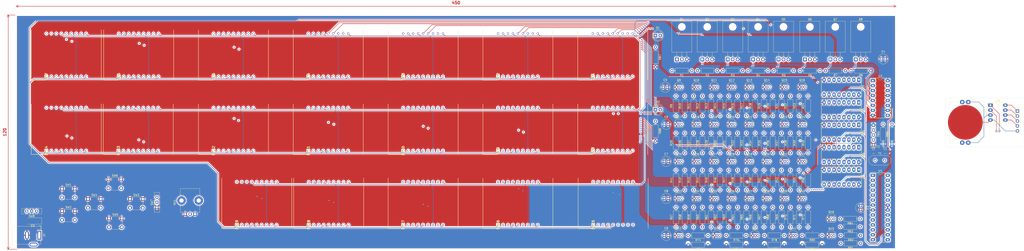
<source format=kicad_pcb>
(kicad_pcb (version 20241229) (generator "pcbnew") (generator_version "9.0")
  (layers (0 "F.Cu" signal) (4 "In1.Cu" signal) (6 "In2.Cu" signal) (2 "B.Cu" signal) (13 "F.Paste" user) (15 "B.Paste" user) (5 "F.SilkS" user "F.Silkscreen") (7 "B.SilkS" user "B.Silkscreen") (1 "F.Mask" user) (3 "B.Mask" user) (25 "Edge.Cuts" user))
  (net 0 "")
  (net 1 "Net-(B1--)")
  (net 2 "Net-(B1-+)")
  (net 3 "GND")
  (net 4 "Net-(U1-XTAL1{slash}PB6)")
  (net 5 "Net-(U1-XTAL2{slash}PB7)")
  (net 6 "VCC")
  (net 7 "TL")
  (net 8 "Net-(D1-K)")
  (net 9 "BL")
  (net 10 "Net-(D2-K)")
  (net 11 "DIG_C")
  (net 12 "DIG_A")
  (net 13 "DIG_F")
  (net 14 "DP")
  (net 15 "DIG_E")
  (net 16 "DIG_G")
  (net 17 "DS1")
  (net 18 "DS2")
  (net 19 "DIG_B")
  (net 20 "DIG_D")
  (net 21 "DS3")
  (net 22 "DS4")
  (net 23 "DS5")
  (net 24 "DS6")
  (net 25 "DS7")
  (net 26 "DS8")
  (net 27 "DS10")
  (net 28 "DS9")
  (net 29 "DS11")
  (net 30 "DS12")
  (net 31 "DS14")
  (net 32 "DS13")
  (net 33 "DS15")
  (net 34 "DS16")
  (net 35 "DS18")
  (net 36 "DS17")
  (net 37 "DS19")
  (net 38 "DS20")
  (net 39 "DS22")
  (net 40 "DS21")
  (net 41 "DS23")
  (net 42 "DS24")
  (net 43 "DS26")
  (net 44 "DS25")
  (net 45 "DS28")
  (net 46 "DS27")
  (net 47 "DS30")
  (net 48 "DS29")
  (net 49 "DS31")
  (net 50 "DS32")
  (net 51 "DS33")
  (net 52 "DS34")
  (net 53 "DS36")
  (net 54 "DS35")
  (net 55 "DS38")
  (net 56 "SDA")
  (net 58 "SCL")
  (net 59 "Net-(J3-Pin_2)")
  (net 60 "Net-(J3-Pin_3)")
  (net 61 "Net-(J3-Pin_1)")
  (net 62 "Net-(J3-Pin_4)")
  (net 63 "CTRL_A")
  (net 64 "CTRL_B")
  (net 65 "Net-(Q1-B)")
  (net 66 "CTRL_C")
  (net 67 "CTRL_D")
  (net 68 "CTRL_E")
  (net 69 "Net-(Q2-B)")
  (net 70 "CTRL_F")
  (net 71 "CTRL_G")
  (net 72 "CTRL_DP")
  (net 73 "CTRL_DS1")
  (net 74 "CTRL_DS2")
  (net 75 "CTRL_DS3")
  (net 76 "CTRL_DS4")
  (net 77 "CTRL_DS5")
  (net 78 "CTRL_DS6")
  (net 79 "CTRL_DS7")
  (net 80 "CTRL_DS8")
  (net 81 "CTRL_DS9")
  (net 82 "CTRL_DS10")
  (net 83 "CTRL_DS11")
  (net 84 "CTRL_DS12")
  (net 85 "CTRL_DS13")
  (net 86 "CTRL_DS14")
  (net 87 "CTRL_DS15")
  (net 88 "CTRL_DS16")
  (net 89 "CTRL_DS17")
  (net 90 "CTRL_DS18")
  (net 91 "CTRL_DS19")
  (net 92 "CTRL_DS20")
  (net 93 "CTRL_DS21")
  (net 94 "CTRL_DS22")
  (net 95 "CTRL_DS23")
  (net 96 "CTRL_DS24")
  (net 97 "CTRL_DS25")
  (net 98 "CTRL_DS26")
  (net 99 "CTRL_DS27")
  (net 100 "CTRL_DS28")
  (net 101 "CTRL_DS29")
  (net 102 "CTRL_DS30")
  (net 103 "CTRL_DS31")
  (net 104 "CTRL_DS32")
  (net 105 "CTRL_DS33")
  (net 106 "CTRL_DS34")
  (net 107 "CTRL_DS35")
  (net 108 "CTRL_DS36")
  (net 109 "CTRL_DS37")
  (net 110 "DS37")
  (net 111 "CTRL_DS38")
  (net 112 "BADJ")
  (net 113 "INC")
  (net 114 "DEC")
  (net 115 "RIGHT")
  (net 116 "LEFT")
  (net 117 "DOWN")
  (net 118 "UP")
  (net 120 "SET_ENABLE")
  (net 122 "RCLK")
  (net 123 "DCLK")
  (net 127 "SCLK")
  (net 128 "~{OE}")
  (net 129 "SER")
  (net 133 "Net-(U3-QH')")
  (net 134 "Net-(U4-QH')")
  (net 135 "Net-(U5-QH')")
  (net 136 "Net-(U6-QH')")
  (net 138 "Net-(U8-X2)")
  (net 139 "Net-(U8-X1)")
  (net 140 "Net-(SW8-B)")
  (net 142 "Net-(Q3-B)")
  (net 143 "Net-(Q4-B)")
  (net 144 "Net-(Q5-B)")
  (net 145 "Net-(Q6-B)")
  (net 146 "Net-(Q7-B)")
  (net 147 "Net-(Q8-B)")
  (net 148 "Net-(Q9-C)")
  (net 149 "Net-(Q9-B)")
  (net 150 "Net-(Q10-C)")
  (net 151 "Net-(Q10-B)")
  (net 152 "Net-(Q11-B)")
  (net 153 "Net-(Q11-C)")
  (net 154 "Net-(Q12-C)")
  (net 155 "Net-(Q12-B)")
  (net 156 "Net-(Q13-B)")
  (net 157 "Net-(Q13-C)")
  (net 158 "Net-(Q14-B)")
  (net 159 "Net-(Q14-C)")
  (net 160 "Net-(Q15-B)")
  (net 161 "Net-(Q15-C)")
  (net 162 "Net-(Q16-C)")
  (net 163 "Net-(Q16-B)")
  (net 164 "Net-(Q17-B)")
  (net 165 "Net-(Q17-C)")
  (net 166 "Net-(Q18-C)")
  (net 167 "Net-(Q18-B)")
  (net 168 "Net-(Q19-B)")
  (net 169 "Net-(Q19-C)")
  (net 170 "Net-(Q20-B)")
  (net 171 "Net-(Q20-C)")
  (net 172 "Net-(Q21-B)")
  (net 173 "Net-(Q21-C)")
  (net 174 "Net-(Q22-B)")
  (net 175 "Net-(Q22-C)")
  (net 176 "Net-(Q23-C)")
  (net 177 "Net-(Q23-B)")
  (net 178 "Net-(Q24-C)")
  (net 179 "Net-(Q24-B)")
  (net 180 "Net-(Q25-B)")
  (net 181 "Net-(Q25-C)")
  (net 182 "Net-(Q26-C)")
  (net 183 "Net-(Q26-B)")
  (net 184 "Net-(Q27-C)")
  (net 185 "Net-(Q27-B)")
  (net 186 "Net-(Q28-B)")
  (net 187 "Net-(Q28-C)")
  (net 188 "Net-(Q29-C)")
  (net 189 "Net-(Q29-B)")
  (net 190 "Net-(Q30-C)")
  (net 191 "Net-(Q30-B)")
  (net 192 "Net-(Q31-B)")
  (net 193 "Net-(Q31-C)")
  (net 194 "Net-(Q32-C)")
  (net 195 "Net-(Q32-B)")
  (net 196 "Net-(Q33-B)")
  (net 197 "Net-(Q33-C)")
  (net 198 "Net-(Q34-C)")
  (net 199 "Net-(Q34-B)")
  (net 200 "Net-(Q35-B)")
  (net 201 "Net-(Q35-C)")
  (net 202 "Net-(Q36-B)")
  (net 203 "Net-(Q36-C)")
  (net 204 "Net-(Q37-C)")
  (net 205 "Net-(Q37-B)")
  (net 206 "Net-(Q38-B)")
  (net 207 "Net-(Q38-C)")
  (net 208 "Net-(Q39-C)")
  (net 209 "Net-(Q39-B)")
  (net 210 "Net-(Q40-B)")
  (net 211 "Net-(Q40-C)")
  (net 212 "Net-(Q41-B)")
  (net 213 "Net-(Q41-C)")
  (net 214 "Net-(Q42-C)")
  (net 215 "Net-(Q42-B)")
  (net 216 "Net-(Q43-C)")
  (net 217 "Net-(Q43-B)")
  (net 218 "Net-(Q44-B)")
  (net 219 "Net-(Q44-C)")
  (net 220 "Net-(Q45-B)")
  (net 221 "Net-(Q45-C)")
  (net 222 "Net-(Q46-C)")
  (net 223 "Net-(Q46-B)")
  (footprint "Resistor_THT:R_Axial_DIN0207_L6.3mm_D2.5mm_P10.16mm_Horizontal" (layer "F.Cu") (at 405.5 158.66 90)
    (property "Reference" "R61")
    (property "Value" "470Ω")
  )
  (footprint "Resistor_THT:R_Axial_DIN0207_L6.3mm_D2.5mm_P10.16mm_Horizontal" (layer "F.Cu") (at 455 120.66 90)
    (property "Reference" "R40")
    (property "Value" "12Ω")
  )
  (footprint "Resistor_THT:R_Axial_DIN0207_L6.3mm_D2.5mm_P10.16mm_Horizontal" (layer "F.Cu") (at 377 104.42 -90)
    (property "Reference" "R88")
    (property "Value" "470Ω")
  )
  (footprint "Package_TO_SOT_THT:TO-220-3_Horizontal_TabDown" (layer "F.Cu") (at 466.46 72.73)
    (property "Reference" "Q7")
    (property "Value" "TIP127")
  )
  (footprint "Parts:DIPS2200W51P254L3580H1000Q18N" (layer "F.Cu") (at 199.5 81.5 90)
    (property "Reference" "DS4")
    (property "Value" "DC56-11CGKWA" (hide yes))
  )
  (footprint "Resistor_THT:R_Axial_DIN0207_L6.3mm_D2.5mm_P10.16mm_Horizontal" (layer "F.Cu") (at 450.5 139.66 90)
    (property "Reference" "R55")
    (property "Value" "470Ω")
  )
  (footprint "Capacitor_THT:C_Radial_D5.0mm_H11.0mm_P2.00mm" (layer "F.Cu") (at 381.5 125)
    (property "Reference" "C7")
    (property "Value" "22μF")
  )
  (footprint "Resistor_THT:R_Axial_DIN0207_L6.3mm_D2.5mm_P10.16mm_Horizontal" (layer "F.Cu") (at 481.75 154.45 180)
    (property "Reference" "R84")
    (property "Value" "12Ω")
  )
  (footprint "Resistor_THT:R_Axial_DIN0207_L6.3mm_D2.5mm_P10.16mm_Horizontal" (layer "F.Cu") (at 403.91 163 180)
    (property "Reference" "R74")
    (property "Value" "12Ω")
  )
  (footprint "Package_DIP:DIP-16_W7.62mm_Socket_LongPads" (layer "F.Cu") (at 481.03 117.75 -90)
    (property "Reference" "U6")
    (property "Value" "74HC595")
  )
  (footprint "Package_TO_SOT_THT:TO-92L_Inline" (layer "F.Cu") (at 432.8 143.95)
    (property "Reference" "Q38")
    (property "Value" "2N3904")
  )
  (footprint "Resistor_THT:R_Axial_DIN0207_L6.3mm_D2.5mm_P10.16mm_Horizontal" (layer "F.Cu") (at 401 101.66 90)
    (property "Reference" "R12")
    (property "Value" "12Ω")
  )
  (footprint "Resistor_THT:R_Axial_DIN0207_L6.3mm_D2.5mm_P10.16mm_Horizontal" (layer "F.Cu") (at 419 101.66 90)
    (property "Reference" "R16")
    (property "Value" "12Ω")
  )
  (footprint "Package_TO_SOT_THT:TO-92L_Inline" (layer "F.Cu") (at 387.8 105.95)
    (property "Reference" "Q17")
    (property "Value" "2N3904")
  )
  (footprint "Package_TO_SOT_THT:TO-92L_Inline" (layer "F.Cu") (at 450.96 106)
    (property "Reference" "Q24")
    (property "Value" "2N3904")
  )
  (footprint "Resistor_THT:R_Axial_DIN0207_L6.3mm_D2.5mm_P10.16mm_Horizontal" (layer "F.Cu") (at 401 158.66 90)
    (property "Reference" "R60")
    (property "Value" "12Ω")
  )
  (footprint "Resistor_THT:R_Axial_DIN0207_L6.3mm_D2.5mm_P10.16mm_Horizontal" (layer "F.Cu") (at 441.5 158.66 90)
    (property "Reference" "R69")
    (property "Value" "470Ω")
  )
  (footprint "Parts:DIPS2200W51P254L3580H1000Q18N" (layer "F.Cu") (at 345.18 157.5 90)
    (property "Reference" "DS15")
    (property "Value" "DC56-11CGKWA" (hide yes))
  )
  (footprint "Package_TO_SOT_THT:TO-92L_Inline" (layer "F.Cu") (at 432.8 124.95)
    (property "Reference" "Q30")
    (property "Value" "2N3904")
  )
  (footprint "Package_DIP:DIP-16_W7.62mm_Socket_LongPads" (layer "F.Cu") (at 481.03 83.19 -90)
    (property "Reference" "U3")
    (property "Value" "74HC595")
  )
  (footprint "Resistor_THT:R_Axial_DIN0207_L6.3mm_D2.5mm_P10.16mm_Horizontal" (layer "F.Cu") (at 446 158.66 90)
    (property "Reference" "R70")
    (property "Value" "12Ω")
  )
  (footprint "Resistor_THT:R_Axial_DIN0207_L6.3mm_D2.5mm_P10.16mm_Horizontal" (layer "F.Cu") (at 387.5 139.66 90)
    (property "Reference" "R41")
    (property "Value" "470Ω")
  )
  (footprint "Resistor_THT:R_Axial_DIN0207_L6.3mm_D2.5mm_P10.16mm_Horizontal" (layer "F.Cu") (at 481.91 162.95 180)
    (property "Reference" "R82")
    (property "Value" "12Ω")
  )
  (footprint "Resistor_THT:R_Axial_DIN0207_L6.3mm_D2.5mm_P10.16mm_Horizontal" (layer "F.Cu") (at 410 158.66 90)
    (property "Reference" "R62")
    (property "Value" "12Ω")
  )
  (footprint "Capacitor_THT:C_Radial_D5.0mm_H11.0mm_P2.00mm" (layer "F.Cu") (at 381.5 106)
    (property "Reference" "C6")
    (property "Value" "22μF")
  )
  (footprint "Resistor_THT:R_Axial_DIN0207_L6.3mm_D2.5mm_P10.16mm_Horizontal" (layer "F.Cu") (at 462.25 162.95 180)
    (property "Reference" "R80")
    (property "Value" "12Ω")
  )
  (footprint "Resistor_THT:R_Axial_DIN0207_L6.3mm_D2.5mm_P10.16mm_Horizontal" (layer "F.Cu") (at 405.5 101.66 90)
    (property "Reference" "R13")
    (property "Value" "470Ω")
  )
  (footprint "Package_TO_SOT_THT:TO-92L_Inline" (layer "F.Cu") (at 441.8 86.9)
    (property "Reference" "Q15")
    (property "Value" "2N3904")
  )
  (footprint "Resistor_THT:R_Axial_DIN0207_L6.3mm_D2.5mm_P10.16mm_Horizontal" (layer "F.Cu") (at 461.16 78.5 180)
    (property "Reference" "R6")
    (property "Value" "10kΩ")
  )
  (footprint "Resistor_THT:R_Axial_DIN0207_L6.3mm_D2.5mm_P10.16mm_Horizontal" (layer "F.Cu") (at 434.58 78.5 180)
    (property "Reference" "R4")
    (property "Value" "10kΩ")
  )
  (footprint "Capacitor_THT:C_Radial_D5.0mm_H11.0mm_P2.00mm" (layer "F.Cu") (at 381.5 163)
    (property "Reference" "C9")
    (property "Value" "22μF")
  )
  (footprint "Connector_BarrelJack:BarrelJack_GCT_DCJ200-10-A_Horizontal" (layer "F.Cu") (at 61.85 162.85 -90)
    (property "Reference" "J1")
    (property "Value" "Barrel_Jack")
  )
  (footprint "Package_TO_SOT_THT:TO-92L_Inline" (layer "F.Cu") (at 396.8 105.95)
    (property "Reference" "Q18")
    (property "Value" "2N3904")
  )
  (footprint "Resistor_THT:R_Axial_DIN0207_L6.3mm_D2.5mm_P10.16mm_Horizontal" (layer "F.Cu") (at 387.5 158.66 90)
    (property "Reference" "R57")
    (property "Value" "470Ω")
  )
  (footprint "Resistor_THT:R_Axial_DIN0207_L6.3mm_D2.5mm_P10.16mm_Horizontal" (layer "F.Cu") (at 450.5 158.66 90)
    (property "Reference" "R71")
    (property "Value" "470Ω")
  )
  (footprint "Parts:DIPS2200W51P254L3580H1000Q18N" (layer "F.Cu") (at 151 119.5 90)
    (property "Reference" "DS12")
    (property "Value" "DC56-11CGKWA" (hide yes))
  )
  (footprint "Resistor_THT:R_Axial_DIN0207_L6.3mm_D2.5mm_P10.16mm_Horizontal" (layer "F.Cu") (at 428 158.66 90)
    (property "Reference" "R66")
    (property "Value" "12Ω")
  )
  (footprint "Resistor_THT:R_Axial_DIN0207_L6.3mm_D2.5mm_P10.16mm_Horizontal" (layer "F.Cu") (at 377 66.5 -90)
    (property "Reference" "R87")
    (property "Value" "470Ω")
  )
  (footprint "Resistor_THT:R_Axial_DIN0207_L6.3mm_D2.5mm_P10.16mm_Horizontal" (layer "F.Cu") (at 474.16 78.5 180)
    (property "Reference" "R7")
    (property "Value" "10kΩ")
  )
  (footprint "Resistor_THT:R_Axial_DIN0207_L6.3mm_D2.5mm_P10.16mm_Horizontal" (layer "F.Cu") (at 419 139.66 90)
    (property "Reference" "R48")
    (property "Value" "12Ω")
  )
  (footprint "Package_TO_SOT_THT:TO-92L_Inline" (layer "F.Cu") (at 423.8 86.9)
    (property "Reference" "Q13")
    (property "Value" "2N3904")
  )
  (footprint "Package_TO_SOT_THT:TO-220-3_Horizontal_TabDown" (layer "F.Cu") (at 426.96 72.73)
    (property "Reference" "Q4")
    (property "Value" "TIP127")
  )
  (footprint "Package_TO_SOT_THT:TO-92L_Inline" (layer "F.Cu") (at 441.8 105.95)
    (property "Reference" "Q23")
    (property "Value" "2N3904")
  )
  (footprint "Package_TO_SOT_THT:TO-92L_Inline" (layer "F.Cu") (at 396.8 143.95)
    (property "Reference" "Q34")
    (property "Value" "2N3904")
  )
  (footprint "Button_Switch_THT:SW_PUSH_6mm" (layer "F.Cu") (at 73.5 139)
    (property "Reference" "SW1")
    (property "Value" "Increment")
  )
  (footprint "Parts:DIPS2200W51P254L3580H1000Q18N" (layer "F.Cu") (at 102.34 119.5 90)
    (property "Reference" "DS13")
    (property "Value" "DC56-11CGKWA" (hide yes))
  )
  (footprint "Package_TO_SOT_THT:TO-220-3_Horizontal_TabDown" (layer "F.Cu") (at 400.96 72.73)
    (property "Reference" "Q2")
    (property "Value" "TIP127")
  )
  (footprint "Resistor_THT:R_Axial_DIN0207_L6.3mm_D2.5mm_P10.16mm_Horizontal" (layer "F.Cu") (at 481.91 167 180)
    (property "Reference" "R81")
    (property "Value" "470Ω")
  )
  (footprint "Parts:DIPS2200W51P254L3580H1000Q18N" (layer "F.Cu") (at 199.68 157.5 90)
    (property "Reference" "DS18")
    (property "Value" "DC56-11CGKWA" (hide yes))
  )
  (footprint "Resistor_THT:R_Axial_DIN0207_L6.3mm_D2.5mm_P10.16mm_Horizontal" (layer "F.Cu") (at 423.5 120.66 90)
    (property "Reference" "R33")
    (property "Value" "470Ω")
  )
  (footprint "Resistor_THT:R_Axial_DIN0207_L6.3mm_D2.5mm_P10.16mm_Horizontal" (layer "F.Cu") (at 405.5 120.66 90)
    (property "Reference" "R29")
    (property "Value" "470Ω")
  )
  (footprint "Resistor_THT:R_Axial_DIN0207_L6.3mm_D2.5mm_P10.16mm_Horizontal" (layer "F.Cu") (at 437 139.66 90)
    (property "Reference" "R52")
    (property "Value" "12Ω")
  )
  (footprint "Resistor_THT:R_Axial_DIN0207_L6.3mm_D2.5mm_P10.16mm_Horizontal" (layer "F.Cu") (at 423.5 101.66 90)
    (property "Reference" "R17")
    (property "Value" "470Ω")
  )
  (footprint "Resistor_THT:R_Axial_DIN0207_L6.3mm_D2.5mm_P10.16mm_Horizontal" (layer "F.Cu") (at 447.66 78.5 180)
    (property "Reference" "R5")
    (property "Value" "10kΩ")
  )
  (footprint "Package_TO_SOT_THT:TO-92L_Inline" (layer "F.Cu") (at 396.8 86.95)
    (property "Reference" "Q10")
    (property "Value" "2N3904")
  )
  (footprint "Resistor_THT:R_Axial_DIN0207_L6.3mm_D2.5mm_P10.16mm_Horizontal" (layer "F.Cu") (at 455 139.66 90)
    (property "Reference" "R56")
    (property "Value" "12Ω")
  )
  (footprint "Package_TO_SOT_THT:TO-92L_Inline" (layer "F.Cu") (at 407.25 162.95)
    (property "Reference" "Q42")
    (property "Value" "2N3904")
  )
  (footprint "Resistor_THT:R_Axial_DIN0207_L6.3mm_D2.5mm_P10.16mm_Horizontal" (layer "F.Cu") (at 405.5 139.66 90)
    (property "Reference" "R45")
    (property "Value" "470Ω")
  )
  (footprint "Resistor_THT:R_Axial_DIN0207_L6.3mm_D2.5mm_P10.16mm_Horizontal" (layer "F.Cu") (at 441.5 101.66 90)
    (property "Reference" "R21")
    (property "Value" "470Ω")
  )
  (footprint "Package_TO_SOT_THT:TO-92L_Inline" (layer "F.Cu") (at 414.8 143.95)
    (property "Reference" "Q36")
    (property "Value" "2N3904")
  )
  (footprint "Parts:DIPS2200W51P254L3580H1000Q18N" (layer "F.Cu") (at 296.5 157.5 90)
    (property "Reference" "DS16")
    (property "Value" "DC56-11CGKWA" (hide yes))
  )
  (footprint "Resistor_THT:R_Axial_DIN0207_L6.3mm_D2.5mm_P10.16mm_Horizontal" (layer "F.Cu") (at 455 158.66 90)
    (property "Reference" "R72")
    (property "Value" "12Ω")
  )
  (footprint "Package_TO_SOT_THT:TO-92L_Inline" (layer "F.Cu") (at 387.75 162.95)
    (property "Reference" "Q41")
    (property "Value" "2N3904")
  )
  (footprint "Parts:DIPS2200W51P254L3580H1000Q18N" (layer "F.Cu") (at 296.5 81.5 90)
    (property "Reference" "DS2")
    (property "Value" "DC56-11CGKWA" (hide yes))
  )
  (footprint "Package_TO_SOT_THT:TO-92L_Inline" (layer "F.Cu") (at 465.75 163)
    (property "Reference" "Q45")
    (property "Value" "2N3904")
  )
  (footprint "Package_TO_SOT_THT:TO-92L_Inline" (layer "F.Cu") (at 405.8 105.95)
    (property "Reference" "Q19")
    (property "Value" "2N3904")
  )
  (footprint "Parts:DIPS2200W51P254L3580H1000Q18N" (layer "F.Cu") (at 151 81.5 90)
    (property "Reference" "DS5")
    (property "Value" "DC56-11CGKWA" (hide yes))
  )
  (footprint "Package_DIP:DIP-8_W7.62mm_Socket_LongPads" (layer "F.Cu") (at 548.34 96.19)
    (property "Reference" "U8")
    (property "Value" "DS1307+")
  )
  (footprint "Package_TO_SOT_THT:TO-92L_Inline" (layer "F.Cu") (at 414.8 124.95)
    (property "Reference" "Q28")
    (property "Value" "2N3904")
  )
  (footprint "Resistor_THT:R_Axial_DIN0207_L6.3mm_D2.5mm_P10.16mm_Horizontal" (layer "F.Cu") (at 441.5 139.66 90)
    (property "Reference" "R53")
    (property "Value" "470Ω")
  )
  (footprint "Resistor_THT:R_Axial_DIN0207_L6.3mm_D2.5mm_P10.16mm_Horizontal" (layer "F.Cu") (at 403.91 167.75 180)
    (property "Reference" "R73")
    (property "Value" "470Ω")
  )
  (footprint "Parts:DIPS2200W51P254L3580H1000Q18N" (layer "F.Cu") (at 345 119.5 90)
    (property "Reference" "DS8")
    (property "Value" "DC56-11CGKWA" (hide yes))
  )
  (footprint "Resistor_THT:R_Axial_DIN0207_L6.3mm_D2.5mm_P10.16mm_Horizontal" (layer "F.Cu") (at 392 120.66 90)
    (property "Reference" "R26")
    (property "Value" "12Ω")
  )
  (footprint "Package_TO_SOT_THT:TO-92L_Inline" (layer "F.Cu") (at 450.8 86.9)
    (property "Reference" "Q16")
    (property "Value" "2N3904")
  )
  (footprint "Resistor_THT:R_Axial_DIN0207_L6.3mm_D2.5mm_P10.16mm_Horizontal" (layer "F.Cu") (at 410 101.66 90)
    (property "Reference" "R14")
    (property "Value" "12Ω")
  )
  (footprint "Parts:DIPS2200W51P254L3580H1000Q18N" (layer "F.Cu") (at 65.5 119.5 90)
    (property "Reference" "DS14")
    (property "Value" "DC56-11CGKWA" (hide yes))
  )
  (footprint "Capacitor_SMD:C_1206_3216Metric_Pad1.33x1.80mm_HandSolder" (layer "F.Cu") (at 494.5 120)
    (property "Reference" "C1")
    (property "Value" "22pF")
  )
  (footprint "Resistor_THT:R_Axial_DIN0207_L6.3mm_D2.5mm_P10.16mm_Horizontal" (layer "F.Cu") (at 408.66 78.5 180)
    (property "Reference" "R2")
    (property "Value" "10kΩ")
  )
  (footprint "Package_DIP:DIP-16_W7.62mm_Socket_LongPads" (layer "F.Cu") (at 488.19 83.61)
    (property "Reference" "U2")
    (property "Value" "74HC595")
  )
  (footprint "Parts:DIPS2200W51P254L3580H1000Q18N" (layer "F.Cu") (at 248 81.5 90)
    (property "Reference" "DS3")
    (property "Value" "DC56-11CGKWA" (hide yes))
  )
  (footprint "Package_TO_SOT_THT:TO-92L_Inline" (layer "F.Cu") (at 426.75 163)
    (property "Reference" "Q43")
    (property "Value" "2N3904")
  )
  (footprint "Button_Switch_THT:SW_PUSH_6mm" (layer "F.Cu") (at 97.25 134.25)
    (property "Reference" "SW6")
    (property "Value" "Up")
  )
  (footprint "Resistor_THT:R_Axial_DIN0207_L6.3mm_D2.5mm_P10.16mm_Horizontal" (layer "F.Cu") (at 446 120.66 90)
    (property "Reference" "R38")
    (property "Value" "12Ω")
  )
  (footprint "Parts:BAT_BAT-HLD-001-THM" (layer "F.Cu") (at 535.5 105 -90)
    (property "Reference" "B1")
    (property "Value" "2032")
  )
  (footprint "Package_TO_SOT_THT:TO-92L_Inline" (layer "F.Cu") (at 432.8 86.9)
    (property "Reference" "Q14")
    (property "Value" "2N3904")
  )
  (footprint "Parts:DIPS2200W51P254L3580H1000Q18N" (layer "F.Cu") (at 296.5 119.5 90)
    (property "Reference" "DS9")
    (property "Value" "DC56-11CGKWA" (hide yes))
  )
  (footprint "Capacitor_THT:C_Radial_D5.0mm_H11.0mm_P2.00mm" (layer "F.Cu") (at 381 87)
    (property "Reference" "C5")
    (property "Value" "22μF")
  )
  (footprint "LED_THT:LED_D5.0mm" (layer "F.Cu") (at 376.96 60.5)
    (property "Reference" "D1")
    (property "Value" "LED")
  )
  (footprint "Parts:DIPS2200W51P254L3580H1000Q18N" (layer "F.Cu") (at 162.9 157.5 90)
    (property "Reference" "DS19")
    (property "Value" "DC56-11CGKWA" (hide yes))
  )
  (footprint "Resistor_THT:R_Axial_DIN0207_L6.3mm_D2.5mm_P10.16mm_Horizontal" (layer "F.Cu") (at 481.75 158.5 180)
    (property "Reference" "R83")
    (property "Value" "470Ω")
  )
  (footprint "Diode_SMD:D_SMA_Handsoldering" (layer "F.Cu") (at 58.5 155.5 180)
    (property "Reference" "D3")
    (property "Value" "TVS")
  )
  (footprint "Parts:DIPS2200W51P254L3580H1000Q18N" (layer "F.Cu") (at 345 81.5 90)
    (property "Reference" "DS1")
    (property "Value" "DC56-11CGKWA" (hide yes))
  )
  (footprint "Package_TO_SOT_THT:TO-92L_Inline" (layer "F.Cu") (at 450.8 143.95)
    (property "Reference" "Q40")
    (property "Value" "2N3904")
  )
  (footprint "Package_TO_SOT_THT:TO-92L_Inline" (layer "F.Cu") (at 396.8 124.95)
    (property "Reference" "Q26")
    (property "Value" "2N3904")
  )
  (footprint "Button_Switch_THT:SW_PUSH_6mm" (layer "F.Cu") (at 108.25 144.25)
    (property "Reference" "SW3")
    (property "Value" "Right")
  )
  (footprint "Package_TO_SOT_THT:TO-92L_Inline" (layer "F.Cu") (at 405.8 86.95)
    (property "Reference" "Q11")
    (property "Value" "2N3904")
  )
  (footprint "Resistor_THT:R_Axial_DIN0207_L6.3mm_D2.5mm_P10.16mm_Horizontal" (layer "F.Cu") (at 396.5 101.66 90)
    (property "Reference" "R11")
    (property "Value" "470Ω")
  )
  (footprint "Resistor_THT:R_Axial_DIN0207_L6.3mm_D2.5mm_P10.16mm_Horizontal" (layer "F.Cu") (at 423.5 139.66 90)
    (property "Reference" "R49")
    (property "Value" "470Ω")
  )
  (footprint "Package_DIP:DIP-28_W7.62mm_Socket_LongPads" (layer "F.Cu") (at 488.19 132.14)
    (property "Reference" "U1")
    (property "Value" "ATmega328P-P")
  )
  (footprint "Package_TO_SOT_THT:TO-92L_Inline" (layer "F.Cu") (at 465.75 154.45)
    (property "Reference" "Q46")
    (property "Value" "2N3904")
  )
  (footprint "Resistor_THT:R_Axial_DIN0207_L6.3mm_D2.5mm_P10.16mm_Horizontal" (layer "F.Cu") (at 432.5 158.66 90)
    (property "Reference" "R67")
    (property "Value" "470Ω")
  )
  (footprint "Potentiometer_THT:Potentiometer_Bourns_PTV09A-1_Single_Vertical" (layer "F.Cu") (at 141.5 152.05 90)
    (property "Reference" "RV1")
    (property "Value" "10kΩ")
  )
  (footprint "Resistor_THT:R_Axial_DIN0207_L6.3mm_D2.5mm_P10.16mm_Horizontal" (layer "F.Cu") (at 414.5 120.66 90)
    (property "Reference" "R31")
    (property "Value" "470Ω")
  )
  (footprint "Capacitor_THT:C_Radial_D5.0mm_H11.0mm_P2.00mm" (layer "F.Cu") (at 381.5 144)
    (property "Reference" "C8")
    (property "Value" "22μF")
  )
  (footprint "Resistor_THT:R_Axial_DIN0207_L6.3mm_D2.5mm_P10.16mm_Horizontal" (layer "F.Cu") (at 441.5 120.66 90)
    (property "Reference" "R37")
    (property "Value" "470Ω")
  )
  (footprint "Button_Switch_THT:SW_Slide-03_Wuerth-WS-SLTV_10x2.5x6.4_P2.54mm" (layer "F.Cu") (at 122 145.96 90)
    (property "Reference" "SW7")
    (property "Value" "Set")
  )
  (footprint "Resistor_THT:R_Axial_DIN0207_L6.3mm_D2.5mm_P10.16mm_Horizontal" (layer "F.Cu") (at 437 101.66 90)
    (property "Reference" "R20")
    (property "Value" "12Ω")
  )
  (footprint "Resistor_THT:R_Axial_DIN0207_L6.3mm_D2.5mm_P10.16mm_Horizontal" (layer "F.Cu") (at 450.5 120.66 90)
    (property "Reference" "R39")
    (property "Value" "470Ω")
  )
  (footprint "Parts:DIPS2200W51P254L3580H1000Q18N" (layer "F.Cu") (at 65.5 81.5 90)
    (property "Reference" "DS7")
    (property "Value" "DC56-11CGKWA" (hide yes))
  )
  (footprint "Package_TO_SOT_THT:TO-92L_Inline" (layer "F.Cu") (at 441.96 125)
    (property "Reference" "Q31")
    (property "Value" "2N3904")
  )
  (footprint "Package_DIP:DIP-16_W7.62mm_Socket_LongPads" (layer "F.Cu") (at 481.03 106.25 -90)
    (property "Reference" "U5")
    (property "Value" "74HC595")
  )
  (footprint "Resistor_THT:R_Axial_DIN0207_L6.3mm_D2.5mm_P10.16mm_Horizontal" (layer "F.Cu") (at 414.5 139.66 90)
    (property "Reference" "R47")
    (property "Value" "470Ω")
  )
  (footprint "Package_TO_SOT_THT:TO-92L_Inline" (layer "F.Cu") (at 446.25 163)
    (property "Reference" "Q44")
    (property "Value" "2N3904")
  )
  (footprint "Button_Switch_THT:SW_PUSH_6mm" (layer "F.Cu") (at 86.75 144.25)
    (property "Reference" "SW4")
    (property "Value" "Left")
  )
  (footprint "Package_TO_SOT_THT:TO-92L_Inline" (layer "F.Cu") (at 414.8 86.9)
    (property "Reference" "Q12")
    (property "Value" "2N3904")
  )
  (footprint "Resistor_THT:R_Axial_DIN0207_L6.3mm_D2.5mm_P10.16mm_Horizontal" (layer "F.Cu") (at 493.45 116.08 90)
    (property "Reference" "R85")
    (property "Value" "10kΩ")
  )
  (footprint "Resistor_THT:R_Axial_DIN0207_L6.3mm_D2.5mm_P10.16mm_Horizontal" (layer "F.Cu") (at 446 139.66 90)
    (property "Reference" "R54")
    (property "Value" "12Ω")
  )
  (footprint "Resistor_THT:R_Axial_DIN0207_L6.3mm_D2.5mm_P10.16mm_Horizontal" (layer "F.Cu") (at 410 120.66 90)
    (property "Reference" "R30")
    (property "Value" "12Ω")
  )
  (footprint "Resistor_THT:R_Axial_DIN0207_L6.3mm_D2.5mm_P10.16mm_Horizontal" (layer "F.Cu") (at 446 101.66 90)
    (property "Reference" "R22")
    (property "Value" "12Ω")
  )
  (footprint "Resistor_THT:R_Axial_DIN0207_L6.3mm_D2.5mm_P10.16mm_Horizontal" (layer "F.Cu") (at 462.25 167.7 180)
    (property "Reference" "R79")
    (property "Value" "470Ω")
  )
  (footprint "Package_TO_SOT_THT:TO-92L_Inline" (layer "F.Cu") (at 387.8 143.95)
    (property "Reference" "Q33")
    (property "Value" "2N3904")
  )
  (footprint "Resistor_THT:R_Axial_DIN0207_L6.3mm_D2.5mm_P10.16mm_Horizontal" (layer "F.Cu") (at 392 139.66 90)
    (property "Reference" "R42")
    (property "Value" "12Ω")
  )
  (footprint "Capacitor_THT:C_Radial_D5.0mm_H11.0mm_P2.00mm" (layer "F.Cu") (at 482 147.75 -90)
    (property "Reference" "C3")
    (property "Value" "22μF")
  )
  (footprint "Package_TO_SOT_THT:TO-220-3_Horizontal_TabDown" (layer "F.Cu") (at 479.46 72.73)
    (property "Reference" "Q8")
    (property "Value" "TIP127")
  )
  (footprint "Package_TO_SOT_THT:TO-220-3_Horizontal_TabDown" (layer "F.Cu") (at 453.46 72.73)
    (property "Reference" "Q6")
    (property "Value" "TIP127")
  )
  (footprint "Resistor_THT:R_Axial_DIN0207_L6.3mm_D2.5mm_P10.16mm_Horizontal" (layer "F.Cu") (at 423.5 158.66 90)
    (property "Reference" "R65")
    (property "Value" "470Ω")
  )
  (footprint "Resistor_THT:R_Axial_DIN0207_L6.3mm_D2.5mm_P10.16mm_Horizontal" (layer "F.Cu") (at 423.41 162.95 180)
    (property "Reference" "R76")
    (property "Value" "12Ω")
  )
  (footprint "Connector_PinHeader_2.54mm:PinHeader_1x05_P2.54mm_Vertical" (layer "F.Cu") (at 562.15 99.25)
    (property "Reference" "J3")
    (property "Value" "Conn_01x05_Pin")
  )
  (footprint "Capacitor_SMD:C_1206_3216Metric_Pad1.33x1.80mm_HandSolder" (layer "F.Cu") (at 488.5 120)
    (property "Reference" "C2")
    (property "Value" "22pF")
  )
  (footprint "Package_TO_SOT_THT:TO-92L_Inline" (layer "F.Cu") (at 414.8 105.95)
    (property "Reference" "Q20")
    (property "Value" "2N3904")
  )
  (footprint "Resistor_THT:R_Axial_DIN0207_L6.3mm_D2.5mm_P10.16mm_Horizontal" (layer "F.Cu") (at 419 120.66 90)
    (property "Reference" "R32")
    (property "Value" "12Ω")
  )
  (footprint "Connector_PinSocket_2.54mm:PinSocket_1x05_P2.54mm_Vertical" (layer "F.Cu") (at 488.5 106.38)
    (property "Reference" "J2")
    (property "Value" "Conn_01x05_Socket")
  )
  (footprint "Resistor_THT:R_Axial_DIN0207_L6.3mm_D2.5mm_P10.16mm_Horizontal" (layer "F.Cu") (at 414.5 101.66 90)
    (property "Reference" "R15")
    (property "Value" "470Ω")
  )
  (footprint "Resistor_THT:R_Axial_DIN0207_L6.3mm_D2.5mm_P10.16mm_Horizontal" (layer "F.Cu") (at 428 120.66 90)
    (property "Reference" "R34")
    (property "Value" "12Ω")
  )
  (footprint "Resistor_THT:R_Axial_DIN0207_L6.3mm_D2.5mm_P10.16mm_Horizontal" (layer "F.Cu") (at 387.5 120.66 90)
    (property "Reference" "R25")
    (property "Value" "470Ω")
  )
  (footprint "Parts:DIPS2200W51P254L3580H1000Q18N" (layer "F.Cu") (at 248 157.5 90)
    (property "Reference" "DS17")
    (property "Value" "DC56-11CGKWA" (hide yes))
  )
  (footprint "Package_TO_SOT_THT:TO-92L_Inline" (layer "F.Cu") (at 432.8 105.95)
    (property "Reference" "Q22")
    (property "Value" "2N3904")
  )
  (footprint "Package_TO_SOT_THT:TO-92L_Inline" (layer "F.Cu") (at 405.8 124.95)
    (property "Reference" "Q27")
    (property "Value" "2N3904")
  )
  (footprint "Resistor_THT:R_Axial_DIN0207_L6.3mm_D2.5mm_P10.16mm_Horizontal" (layer "F.Cu") (at 432.5 139.66 90)
    (property "Reference" "R51")
    (property "Value" "470Ω")
  )
  (footprint "Resistor_THT:R_Axial_DIN0207_L6.3mm_D2.5mm_P10.16mm_Horizontal" (layer "F.Cu") (at 428 101.66 90)
    (property "Reference" "R18")
    (property "Value" "12Ω")
  )
  (footprint "Package_TO_SOT_THT:TO-220-3_Horizontal_TabDown" (layer "F.Cu") (at 439.96 72.73)
    (property "Reference" "Q5")
    (property "Value" "TIP127")
  )
  (footprint "Resistor_THT:R_Axial_DIN0207_L6.3mm_D2.5mm_P10.16mm_Horizontal" (layer "F.Cu") (at 487.16 78.5 180)
    (property "Reference" "R8")
    (property "Value" "10kΩ")
  )
  (footprint "Resistor_THT:R_Axial_DIN0207_L6.3mm_D2.5mm_P10.16mm_Horizontal" (layer "F.Cu") (at 455 101.66 90)
    (property "Reference" "R24")
    (property "Value" "12Ω")
  )
  (footprint "Package_TO_SOT_THT:TO-92L_Inline" (layer "F.Cu") (at 423.8 105.95)
    (property "Reference" "Q21")
    (property "Value" "2N3904")
  )
  (footprint "Package_TO_SOT_THT:TO-92L_Inline" (layer "F.Cu") (at 450.8 124.95)
    (property "Reference" "Q32")
    (property "Value" "2N3904")
  )
  (footprint "Resistor_THT:R_Axial_DIN0207_L6.3mm_D2.5mm_P10.16mm_Horizontal" (layer "F.Cu") (at 401 139.66 90)
    (property "Reference" "R44")
    (property "Value" "12Ω")
  )
  (footprint "Resistor_THT:R_Axial_DIN0207_L6.3mm_D2.5mm_P10.16mm_Horizontal" (layer "F.Cu") (at 396.5 158.66 90)
    (property "Reference" "R59")
    (property "Value" "470Ω")
  )
  (footprint "Package_DIP:DIP-16_W7.62mm_Socket_LongPads" (layer "F.Cu") (at 481.03 129.25 -90)
    (property "Reference" "U7")
    (property "Value" "74HC595")
  )
  (footprint "Button_Switch_THT:SW_Slide-03_Wuerth-WS-SLTV_10x2.5x6.4_P2.54mm" (layer "F.Cu") (at 57.96 150.5 180)
    (property "Reference" "SW8")
    (property "Value" "Power")
  )
  (footprint "Resistor_THT:R_Axial_DIN0207_L6.3mm_D2.5mm_P10.16mm_Horizontal" (layer "F.Cu") (at 421.58 78.5 180)
    (property "Reference" "R3")
    (property "Value" "10kΩ")
  )
  (footprint "Package_TO_SOT_THT:TO-92L_Inline" (layer "F.Cu") (at 423.8 143.95)
    (property "Reference" "Q37")
    (property "Value" "2N3904")
  )
  (footprint "Resistor_THT:R_Axial_DIN0207_L6.3mm_D2.5mm_P10.16mm_Horizontal" (layer "F.Cu") (at 442.91 167.75 180)
    (property "Reference" "R77")
    (property "Value" "470Ω")
  )
  (footprint "Resistor_THT:R_Axial_DIN0207_L6.3mm_D2.5mm_P10.16mm_Horizontal" (layer "F.Cu") (at 392 101.66 90)
    (property "Reference" "R10")
    (property "Value" "12Ω")
  )
  (footprint "Resistor_THT:R_Axial_DIN0207_L6.3mm_D2.5mm_P10.16mm_Horizontal" (layer "F.Cu") (at 437 120.66 90)
    (property "Reference" "R36")
    (property "Value" "12Ω")
  )
  (footprint "Package_DIP:DIP-16_W7.62mm_Socket_LongPads" (layer "F.Cu") (at 481.03 94.75 -90)
    (property "Reference" "U4")
    (property "Value" "74HC595")
  )
  (footprint "Resistor_THT:R_Axial_DIN0207_L6.3mm_D2.5mm_P10.16mm_Horizontal" (layer "F.Cu") (at 414.5 158.66 90)
    (property "Reference" "R63")
    (property "Value" "470Ω")
  )
  (footprint "Resistor_THT:R_Axial_DIN0207_L6.3mm_D2.5mm_P10.16mm_Horizontal" (layer "F.Cu") (at 450.5 101.66 90)
    (property "Reference" "R23")
    (property "Value" "470Ω")
  )
  (footprint "Resistor_THT:R_Axial_DIN0207_L6.3mm_D2.5mm_P10.16mm_Horizontal" (layer "F.Cu") (at 442.91 163 180)
    (property "Reference" "R78")
    (property "Value" "12Ω")
  )
  (footprint "Capacitor_THT:C_Radial_D5.0mm_H11.0mm_P2.00mm" (layer "F.Cu") (at 492.5 72.5)
    (property "Reference" "C4")
    (property "Value" "22μF")
  )
  (footprint "Button_Switch_THT:SW_PUSH_6mm" (layer "F.Cu") (at 97.5 154.25)
    (property "Reference" "SW5")
    (property "Value" "Down")
  )
  (footprint "Crystal:Crystal_HC49-U_Vertical" (layer "F.Cu") (at 489.36 124.42)
    (property "Reference" "Y1")
    (property "Value" "16MHz")
  )
  (footprint "Package_TO_SOT_THT:TO-92L_Inline" (layer "F.Cu") (at 441.8 143.95)
    (property "Reference" "Q39")
    (property "Value" "2N3904")
  )
  (footprint "Resistor_THT:R_Axial_DIN0207_L6.3mm_D2.5mm_P10.16mm_Horizontal" (layer "F.Cu") (at 387.5 101.66 90)
    (property "Reference" "R9")
    (property "Value" "470Ω")
  )
  (footprint "Parts:DIPS2200W51P254L3580H1000Q18N" (layer "F.Cu") (at 199.5 119.5 90)
    (property "Reference" "DS11")
    (property "Value" "DC56-11CGKWA" (hide yes))
  )
  (footprint "Package_TO_SOT_THT:TO-220-3_Horizontal_TabDown" (layer "F.Cu") (at 387.96 72.73)
    (property "Reference" "Q1")
    (property "Value" "TIP127")
  )
  (footprint "Crystal:Crystal_DS10_D1.0mm_L4.3mm_Vertical" (layer "F.Cu") (at 551.4 109.5)
    (property "Reference" "Y2")
    (property "Value" "32.768kHz")
  )
  (footprint "Package_TO_SOT_THT:TO-92L_Inline" (layer "F.Cu") (at 387.8 124.95)
    (property "Reference" "Q25")
    (property "Value" "2N3904")
  )
  (footprint "Resistor_THT:R_Axial_DIN0207_L6.3mm_D2.5mm_P10.16mm_Horizontal" (layer "F.Cu") (at 419 158.66 90)
    (property "Reference" "R64")
    (property "Value" "12Ω")
  )
  (footprint "Resistor_THT:R_Axial_DIN0207_L6.3mm_D2.5mm_P10.16mm_Horizontal" (layer "F.Cu") (at 401 120.66 90)
    (property "Reference" "R28")
    (property "Value" "12Ω")
  )
  (footprint "Resistor_THT:R_Axial_DIN0207_L6.3mm_D2.5mm_P10.16mm_Horizontal" (layer "F.Cu") (at 410 139.66 90)
    (property "Reference" "R46")
    (property "Value" "12Ω")
  )
  (footprint "Package_TO_SOT_THT:TO-92L_Inline" (layer "F.Cu") (at 405.8 143.95)
    (property "Reference" "Q35")
    (property "Value" "2N3904")
  )
  (footprint "Parts:DIPS2200W51P254L3580H1000Q18N" (layer "F.Cu") (at 248 119.5 90)
    (property "Reference" "DS10")
    (property "Value" "DC56-11CGKWA" (hide yes))
  )
  (footprint "Resistor_THT:R_Axial_DIN0207_L6.3mm_D2.5mm_P10.16mm_Horizontal" (layer "F.Cu") (at 432.5 101.66 90)
    (property "Reference" "R19")
    (property "Value" "470Ω")
  )
  (footprint "Resistor_THT:R_Axial_DIN0207_L6.3mm_D2.5mm_P10.16mm_Horizontal" (layer "F.Cu") (at 437 158.66 90)
    (property "Reference" "R68")
    (property "Value" "12Ω")
  )
  (footprint "Resistor_THT:R_Axial_DIN0207_L6.3mm_D2.5mm_P10.16mm_Horizontal" (layer "F.Cu") (at 498 116.08 90)
    (property "Reference" "R86")
    (property "Value" "10kΩ")
  )
  (footprint "Resistor_THT:R_Axial_DIN0207_L6.3mm_D2.5mm_P10.16mm_Horizontal" (layer "F.Cu") (at 392.05 158.66 90)
    (property "Reference" "R58")
    (property "Value" "12Ω")
  )
  (footprint "Resistor_THT:R_Axial_DIN0207_L6.3mm_D2.5mm_P10.16mm_Horizontal" (layer "F.Cu") (at 396.5 139.66 90)
    (property "Reference" "R43")
    (property "Value" "470Ω")
  )
  (footprint "LED_THT:LED_D5.0mm" (layer "F.Cu") (at 377 98.5)
    (property "Reference" "D2")
    (property "Value" "LED")
  )
  (footprint "Resistor_THT:R_Axial_DIN0207_L6.3mm_D2.5mm_P10.16mm_Horizontal" (layer "F.Cu") (at 428 139.66 90)
    (property "Reference" "R50")
    (property "Value" "12Ω")
  )
  (footprint "Resistor_THT:R_Axial_DIN0207_L6.3mm_D2.5mm_P10.16mm_Horizontal" (layer "F.Cu") (at 395.58 78.5 180)
    (property "Reference" "R1")
    (property "Value" "10kΩ")
  )
  (footprint "Package_TO_SOT_THT:TO-92L_Inline" (layer "F.Cu") (at 423.8 124.95)
    (property "Reference" "Q29")
    (property "Value" "2N3904")
  )
  (footprint "Parts:DIPS2200W51P254L3580H1000Q18N" (layer "F.Cu") (at 102.5 81.5 90)
    (property "Reference" "DS6")
    (property "Value" "DC56-11CGKWA" (hide yes))
  )
  (footprint "Resistor_THT:R_Axial_DIN0207_L6.3mm_D2.5mm_P10.16mm_Horizontal" (layer "F.Cu") (at 432.5 120.66 90)
    (property "Reference" "R35")
    (property "Value" "470Ω")
  )
  (footprint "Resistor_THT:R_Axial_DIN0207_L6.3mm_D2.5mm_P10.16mm_Horizontal" (layer "F.Cu") (at 396.5 120.66 90)
    (property "Reference" "R27")
    (property "Value" "470Ω")
  )
  (footprint "Button_Switch_THT:SW_PUSH_6mm" (layer "F.Cu") (at 73.5 150.5)
    (property "Reference" "SW2")
    (property "Value" "Decrement")
  )
  (footprint "Package_TO_SOT_THT:TO-220-3_Horizontal_TabDown" (layer "F.Cu") (at 413.96 72.73)
    (property "Reference" "Q3")
    (property "Value" "TIP127")
  )
  (footprint "Resistor_THT:R_Axial_DIN0207_L6.3mm_D2.5mm_P10.16mm_Horizontal" (layer "F.Cu") (at 423.41 167.7 180)
    (property "Reference" "R75")
    (property "Value" "470Ω")
  )
  (footprint "Package_TO_SOT_THT:TO-92L_Inline" (layer "F.Cu") (at 387.8 86.95)
    (property "Reference" "Q9")
    (property "Value" "2N3904")
  )
  (gr_rect (start 525.5 92.5) (end 565.5 117.5) (stroke (width 0.05)) (fill no) (layer "Edge.Cuts"))
  (gr_rect (start 50 50) (end 500 170) (stroke (width 0.05)) (fill no) (layer "Edge.Cuts"))
  (dimension (type orthogonal) (layer "F.Cu") (pts (xy 50 50) (xy 51 170)) (height -4) (orientation 1) (format (prefix "") (suffix "") (units 3) (units_format 0) (precision 4) (suppress_zeroes yes)) (style (thickness 0.2) (arrow_length 1.27) (text_position_mode 0) (arrow_direction outward) (extension_height 0.58642) (extension_offset 0.5) (keep_text_aligned yes)) (gr_text "120" (at 44.2 110 90) (layer "F.Cu") (effects (font (size 1.5 1.5) (thickness 0.3)))))
  (dimension (type orthogonal) (layer "F.Cu") (pts (xy 50 45.5) (xy 500 45.5)) (height 0) (orientation 0) (format (prefix "") (suffix "") (units 3) (units_format 0) (precision 4) (suppress_zeroes yes)) (style (thickness 0.2) (arrow_length 1.27) (text_position_mode 0) (arrow_direction outward) (extension_height 0.58642) (extension_offset 0.5) (keep_text_aligned yes)) (gr_text "450" (at 275 43.7 0) (layer "F.Cu") (effects (font (size 1.5 1.5) (thickness 0.3)))))
  (segment (start 535.5 105) (end 547.15 105) (width 0.2) (layer "F.Cu") (net 1))
  (segment (start 547.15 105) (end 548.34 103.81) (width 0.2) (layer "F.Cu") (net 1))
  (segment (start 550.31 103.81) (end 555.91 109.41) (width 0.2) (layer "B.Cu") (net 1))
  (segment (start 555.91 109.41) (end 562.15 109.41) (width 0.2) (layer "B.Cu") (net 1))
  (segment (start 548.34 103.81) (end 550.31 103.81) (width 0.2) (layer "B.Cu") (net 1))
  (segment (start 537 94.6) (end 542.35 94.6) (width 0.2) (layer "B.Cu") (net 2))
  (segment (start 533.9 115.4) (end 537 115.4) (width 0.2) (layer "B.Cu") (net 2))
  (segment (start 533.9 94.6) (end 537 94.6) (width 0.2) (layer "B.Cu") (net 2))
  (segment (start 541.85 115.4) (end 537 115.4) (width 0.2) (layer "B.Cu") (net 2))
  (segment (start 542.35 94.6) (end 545 97.25) (width 0.2) (layer "B.Cu") (net 2))
  (segment (start 545 102.75) (end 545 112.25) (width 0.2) (layer "B.Cu") (net 2))
  (segment (start 545 112.25) (end 541.85 115.4) (width 0.2) (layer "B.Cu") (net 2))
  (segment (start 546.48 101.27) (end 545 102.75) (width 0.2) (layer "B.Cu") (net 2))
  (segment (start 545 97.25) (end 545 102.75) (width 0.2) (layer "B.Cu") (net 2))
  (segment (start 548.34 101.27) (end 546.48 101.27) (width 0.2) (layer "B.Cu") (net 2))
  (segment (start 492.9375 123.1175) (end 494.24 124.42) (width 0.2) (layer "F.Cu") (net 4))
  (segment (start 492.9375 120) (end 492.9375 123.1175) (width 0.2) (layer "F.Cu") (net 4))
  (segment (start 486.9375 120) (end 486.9375 121.9975) (width 0.2) (layer "F.Cu") (net 5))
  (segment (start 486.9375 121.9975) (end 489.36 124.42) (width 0.2) (layer "F.Cu") (net 5))
  (segment (start 57.96 152.46) (end 61 155.5) (width 0.2) (layer "F.Cu") (net 6))
  (segment (start 57.96 150.5) (end 57.96 152.46) (width 0.2) (layer "F.Cu") (net 6))
  (segment (start 460.5 85) (end 460 84.5) (width 0.2) (layer "F.Cu") (net 7))
  (segment (start 460 84.5) (end 459.909514 84.409514) (width 0.2) (layer "F.Cu") (net 7))
  (segment (start 465.08 132.5) (end 461.5 132.5) (width 0.2) (layer "F.Cu") (net 7))
  (segment (start 461.5 132.5) (end 460.5 131.5) (width 0.2) (layer "F.Cu") (net 7))
  (segment (start 468.33 129.25) (end 465.08 132.5) (width 0.2) (layer "F.Cu") (net 7))
  (segment (start 460.5 131.5) (end 460.5 85) (width 0.2) (layer "F.Cu") (net 7))
  (via (at 460 84.5) (size 0.6) (drill 0.3) (layers "F.Cu" "B.Cu") (net 7))
  (segment (start 460 84.5) (end 456.5 81) (width 0.2) (layer "B.Cu") (net 7))
  (segment (start 384 81) (end 379.5 76.5) (width 0.2) (layer "B.Cu") (net 7))
  (segment (start 456.5 81) (end 384 81) (width 0.2) (layer "B.Cu") (net 7))
  (segment (start 379.5 76.5) (end 379.5 60.5) (width 0.2) (layer "B.Cu") (net 7))
  (segment (start 377 66.25) (end 376.96 66.21) (width 0.2) (layer "F.Cu") (net 8))
  (segment (start 377 66.5) (end 377 66.25) (width 0.2) (layer "F.Cu") (net 8))
  (segment (start 376.96 66.21) (end 376.96 60.5) (width 0.2) (layer "F.Cu") (net 8))
  (segment (start 461 130.5) (end 461 83.5) (width 0.2) (layer "F.Cu") (net 9))
  (segment (start 465.79 130.21) (end 464.5 131.5) (width 0.2) (layer "F.Cu") (net 9))
  (segment (start 379.5 82) (end 377 84.5) (width 0.2) (layer "F.Cu") (net 9))
  (segment (start 464.5 131.5) (end 462 131.5) (width 0.2) (layer "F.Cu") (net 9))
  (segment (start 462 131.5) (end 461 130.5) (width 0.2) (layer "F.Cu") (net 9))
  (segment (start 377 95.96) (end 379.54 98.5) (width 0.2) (layer "F.Cu") (net 9))
  (segment (start 459.5 82) (end 379.5 82) (width 0.2) (layer "F.Cu") (net 9))
  (segment (start 465.79 129.25) (end 465.79 130.21) (width 0.2) (layer "F.Cu") (net 9))
  (segment (start 461 83.5) (end 459.5 82) (width 0.2) (layer "F.Cu") (net 9))
  (segment (start 377 84.5) (end 377 95.96) (width 0.2) (layer "F.Cu") (net 9))
  (segment (start 377 98.5) (end 377 104.42) (width 0.2) (layer "F.Cu") (net 10))
  (segment (start 57 116) (end 61.75 120.75) (width 0.2) (layer "F.Cu") (net 14))
  (segment (start 268.32 119.5) (end 267.07 120.75) (width 0.2) (layer "F.Cu") (net 14))
  (segment (start 302.87 120.75) (end 302.25 120.75) (width 0.2) (layer "F.Cu") (net 14))
  (segment (start 218.695 158.75) (end 218.625 158.75) (width 0.2) (layer "F.Cu") (net 14))
  (segment (start 170.52 157.5) (end 169.27 158.75) (width 0.2) (layer "F.Cu") (net 14))
  (segment (start 316.945 157.5) (end 315.695 158.75) (width 0.2) (layer "F.Cu") (net 14))
  (segment (start 170.07 82.75) (end 170 82.75) (width 0.2) (layer "F.Cu") (net 14))
  (segment (start 61 52.5) (end 461.77 52.5) (width 0.2) (layer "F.Cu") (net 14))
  (segment (start 181.5 158.75) (end 205.875 158.75) (width 0.2) (layer "F.Cu") (net 14))
  (segment (start 205.87 82.75) (end 205.75 82.75) (width 0.2) (layer "F.Cu") (net 14))
  (segment (start 108.75 120.75) (end 84.5 120.75) (width 0.2) (layer "F.Cu") (net 14))
  (segment (start 73.12 119.5) (end 71.87 120.75) (width 0.2) (layer "F.Cu") (net 14))
  (segment (start 157.25 82.75) (end 121 82.75) (width 0.2) (layer "F.Cu") (net 14))
  (segment (start 170.07 120.75) (end 170 120.75) (width 0.2) (layer "F.Cu") (net 14))
  (segment (start 361.625 158.75) (end 350.875 158.75) (width 0.2) (layer "F.Cu") (net 14))
  (segment (start 168 158.75) (end 181.5 158.75) (width 0.2) (layer "F.Cu") (net 14))
  (segment (start 153.25 155.75) (end 156.25 158.75) (width 0.2) (layer "F.Cu") (net 14))
  (segment (start 350.75 82.75) (end 315 82.75) (width 0.2) (layer "F.Cu") (net 14))
  (segment (start 170 120.75) (end 157.25 120.75) (width 0.2) (layer "F.Cu") (net 14))
  (segment (start 254.495 158.75) (end 254.375 158.75) (width 0.2) (layer "F.Cu") (net 14))
  (segment (start 171.32 81.5) (end 170.07 82.75) (width 0.2) (layer "F.Cu") (net 14))
  (segment (start 254.37 120.75) (end 254.25 120.75) (width 0.2) (layer "F.Cu") (net 14))
  (segment (start 57 56.5) (end 61 52.5) (width 0.2) (layer "F.Cu") (net 14))
  (segment (start 219.945 157.5) (end 218.695 158.75) (width 0.2) (layer "F.Cu") (net 14))
  (segment (start 205.87 120.75) (end 205.75 120.75) (width 0.2) (layer "F.Cu") (net 14))
  (segment (start 148 125.75) (end 153.25 131) (width 0.2) (layer "F.Cu") (net 14))
  (segment (start 121 120.75) (end 108.75 120.75) (width 0.2) (layer "F.Cu") (net 14))
  (segment (start 84.5 82.75) (end 70 82.75) (width 0.2) (layer "F.Cu") (net 14))
  (segment (start 351.495 158.75) (end 350.875 158.75) (width 0.2) (layer "F.Cu") (net 14))
  (segment (start 121.57 82.75) (end 121 82.75) (width 0.2) (layer "F.Cu") (net 14))
  (segment (start 365.32 81.5) (end 364.07 82.75) (width 0.2) (layer "F.Cu") (net 14))
  (segment (start 171.32 119.5) (end 170.07 120.75) (width 0.2) (layer "F.Cu") (net 14))
  (segment (start 71.87 120.75) (end 70 120.75) (width 0.2) (layer "F.Cu") (net 14))
  (segment (start 302.375 158.75) (end 266.625 158.75) (width 0.2) (layer "F.Cu") (net 14))
  (segment (start 361.5 82.75) (end 350.75 82.75) (width 0.2) (layer "F.Cu") (net 14))
  (segment (start 170 82.75) (end 157.25 82.75) (width 0.2) (layer "F.Cu") (net 14))
  (segment (start 302.995 158.75) (end 302.375 158.75) (width 0.2) (layer "F.Cu") (net 14))
  (segment (start 169.27 158.75) (end 168 158.75) (width 0.2) (layer "F.Cu") (net 14))
  (segment (start 61.75 120.75) (end 66.75 125.75) (width 0.2) (layer "F.Cu") (net 14))
  (segment (start 156.25 158.75) (end 168 158.75) (width 0.2) (layer "F.Cu") (net 14))
  (segment (start 181.97 158.75) (end 181.5 158.75) (width 0.2) (layer "F.Cu") (net 14))
  (segment (start 85.82 81.5) (end 84.57 82.75) (width 0.2) (layer "F.Cu") (net 14))
  (segment (start 157.37 82.75) (end 157.25 82.75) (width 0.2) (layer "F.Cu") (net 14))
  (segment (start 205.75 82.75) (end 170 82.75) (width 0.2) (layer "F.Cu") (net 14))
  (segment (start 365.32 119.5) (end 364.07 120.75) (width 0.2) (layer "F.Cu") (net 14))
  (segment (start 461.77 52.5) (end 482 72.73) (width 0.2) (layer "F.Cu") (net 14))
  (segment (start 364.07 82.75) (end 361.5 82.75) (width 0.2) (layer "F.Cu") (net 14))
  (segment (start 59 82.75) (end 57 84.75) (width 0.2) (layer "F.Cu") (net 14))
  (segment (start 350.75 120.75) (end 315 120.75) (width 0.2) (layer "F.Cu") (net 14))
  (segment (start 219.82 119.5) (end 218.57 120.75) (width 0.2) (layer "F.Cu") (net 14))
  (segment (start 70 82.75) (end 59 82.75) (width 0.2) (layer "F.Cu") (net 14))
  (segment (start 157.25 120.75) (end 121 120.75) (width 0.2) (layer "F.Cu") (net 14))
  (segment (start 153.25 131) (end 153.25 155.75) (width 0.2) (layer "F.Cu") (net 14))
  (segment (start 73.12 81.5) (end 71.87 82.75) (width 0.2) (layer "F.Cu") (net 14))
  (segment (start 108.75 82.75) (end 84.5 82.75) (width 0.2) (layer "F.Cu") (net 14))
  (segment (start 158.62 81.5) (end 157.37 82.75) (width 0.2) (layer "F.Cu") (net 14))
  (segment (start 315.57 120.75) (end 315 120.75) (width 0.2) (layer "F.Cu") (net 14))
  (segment (start 110.12 81.5) (end 108.87 82.75) (width 0.2) (layer "F.Cu") (net 14))
  (segment (start 205.75 120.75) (end 170 120.75) (width 0.2) (layer "F.Cu") (net 14))
  (segment (start 352.62 119.5) (end 351.37 120.75) (width 0.2) (layer "F.Cu") (net 14))
  (segment (start 304.12 81.5) (end 302.87 82.75) (width 0.2) (layer "F.Cu") (net 14))
  (segment (start 122.82 81.5) (end 121.57 82.75) (width 0.2) (layer "F.Cu") (net 14))
  (segment (start 268.445 157.5) (end 267.195 158.75) (width 0.2) (layer "F.Cu") (net 14))
  (segment (start 255.745 157.5) (end 254.495 158.75) (width 0.2) (layer "F.Cu") (net 14))
  (segment (start 316.82 119.5) (end 315.57 120.75) (width 0.2) (layer "F.Cu") (net 14))
  (segment (start 255.62 81.5) (end 254.37 82.75) (width 0.2) (layer "F.Cu") (net 14))
  (segment (start 352.62 81.5) (end 351.37 82.75) (width 0.2) (layer "F.Cu") (net 14))
  (segment (start 84.5 120.75) (end 70 120.75) (width 0.2) (layer "F.Cu") (net 14))
  (segment (start 218.57 82.75) (end 218.5 82.75) (width 0.2) (layer "F.Cu") (net 14))
  (segment (start 304.12 119.5) (end 302.87 120.75) (width 0.2) (layer "F.Cu") (net 14))
  (segment (start 207.12 119.5) (end 205.87 120.75) (width 0.2) (layer "F.Cu") (net 14))
  (segment (start 361.5 120.75) (end 350.75 120.75) (width 0.2) (layer "F.Cu") (net 14))
  (segment (start 121.57 120.75) (end 121 120.75) (width 0.2) (layer "F.Cu") (net 14))
  (segment (start 205.995 158.75) (end 205.875 158.75) (width 0.2) (layer "F.Cu") (net 14))
  (segment (start 267.195 158.75) (end 266.625 158.75) (width 0.2) (layer "F.Cu") (net 14))
  (segment (start 364.07 120.75) (end 361.5 120.75) (width 0.2) (layer "F.Cu") (net 14))
  (segment (start 315.695 158.75) (end 315.125 158.75) (width 0.2) (layer "F.Cu") (net 14))
  (segment (start 254.375 158.75) (end 218.625 158.75) (width 0.2) (layer "F.Cu") (net 14))
  (segment (start 108.87 82.75) (end 108.75 82.75) (width 0.2) (layer "F.Cu") (net 14))
  (segment (start 108.87 120.75) (end 108.75 120.75) (width 0.2) (layer "F.Cu") (net 14))
  (segment (start 71.87 82.75) (end 70 82.75) (width 0.2) (layer "F.Cu") (net 14))
  (segment (start 266.5 120.75) (end 254.25 120.75) (width 0.2) (layer "F.Cu") (net 14))
  (segment (start 315 82.75) (end 302.25 82.75) (width 0.2) (layer "F.Cu") (net 14))
  (segment (start 85.82 119.5) (end 84.57 120.75) (width 0.2) (layer "F.Cu") (net 14))
  (segment (start 218.57 120.75) (end 218.5 120.75) (width 0.2) (layer "F.Cu") (net 14))
  (segment (start 207.245 157.5) (end 205.995 158.75) (width 0.2) (layer "F.Cu") (net 14))
  (segment (start 255.62 119.5) (end 254.37 120.75) (width 0.2) (layer "F.Cu") (net 14))
  (segment (start 218.625 158.75) (end 205.875 158.75) (width 0.2) (layer "F.Cu") (net 14))
  (segment (start 157.37 120.75) (end 157.25 120.75) (width 0.2) (layer "F.Cu") (net 14))
  (segment (start 315 120.75) (end 302.25 120.75) (width 0.2) (layer "F.Cu") (net 14))
  (segment (start 57 84.75) (end 57 56.5) (width 0.2) (layer "F.Cu") (net 14))
  (segment (start 304.245 157.5) (end 302.995 158.75) (width 0.2) (layer "F.Cu") (net 14))
  (segment (start 266.5 82.75) (end 254.25 82.75) (width 0.2) (layer "F.Cu") (net 14))
  (segment (start 315.57 82.75) (end 315 82.75) (width 0.2) (layer "F.Cu") (net 14))
  (segment (start 254.25 82.75) (end 218.5 82.75) (width 0.2) (layer "F.Cu") (net 14))
  (segment (start 302.25 82.75) (end 266.5 82.75) (width 0.2) (layer "F.Cu") (net 14))
  (segment (start 110.12 119.5) (end 108.87 120.75) (width 0.2) (layer "F.Cu") (net 14))
  (segment (start 267.07 120.75) (end 266.5 120.75) (width 0.2) (layer "F.Cu") (net 14))
  (segment (start 268.32 81.5) (end 267.07 82.75) (width 0.2) (layer "F.Cu") (net 14))
  (segment (start 183.22 157.5) (end 181.97 158.75) (width 0.2) (layer "F.Cu") (net 14))
  (segment (start 315.125 158.75) (end 302.375 158.75) (width 0.2) (layer "F.Cu") (net 14))
  (segment (start 364.195 158.75) (end 361.625 158.75) (width 0.2) (layer "F.Cu") (net 14))
  (segment (start 84.57 82.75) (end 84.5 82.75) (width 0.2) (layer "F.Cu") (net 14))
  (segment (start 254.37 82.75) (end 254.25 82.75) (width 0.2) (layer "F.Cu") (net 14))
  (segment (start 61.75 120.75) (end 70 120.75) (width 0.2) (layer "F.Cu") (net 14))
  (segment (start 254.25 120.75) (end 218.5 120.75) (width 0.2) (layer "F.Cu") (net 14))
  (segment (start 302.25 120.75) (end 266.5 120.75) (width 0.2) (layer "F.Cu") (net 14))
  (segment (start 267.07 82.75) (end 266.5 82.75) (width 0.2) (layer "F.Cu") (net 14))
  (segment (start 302.87 82.75) (end 302.25 82.75) (width 0.2) (layer "F.Cu") (net 14))
  (segment (start 207.12 81.5) (end 205.87 82.75) (width 0.2) (layer "F.Cu") (net 14))
  (segment (start 316.82 81.5) (end 315.57 82.75) (width 0.2) (layer "F.Cu") (net 14))
  (segment (start 84.57 120.75) (end 84.5 120.75) (width 0.2) (layer "F.Cu") (net 14))
  (segment (start 266.625 158.75) (end 254.375 158.75) (width 0.2) (layer "F.Cu") (net 14))
  (segment (start 122.82 119.5) (end 121.57 120.75) (width 0.2) (layer "F.Cu") (net 14))
  (segment (start 351.37 120.75) (end 350.75 120.75) (width 0.2) (layer "F.Cu") (net 14))
  (segment (start 352.745 157.5) (end 351.495 158.75) (width 0.2) (layer "F.Cu") (net 14))
  (segment (start 66.75 125.75) (end 148 125.75) (width 0.2) (layer "F.Cu") (net 14))
  (segment (start 219.82 81.5) (end 218.57 82.75) (width 0.2) (layer "F.Cu") (net 14))
  (segment (start 218.5 120.75) (end 205.75 120.75) (width 0.2) (layer "F.Cu") (net 14))
  (segment (start 365.445 157.5) (end 364.195 158.75) (width 0.2) (layer "F.Cu") (net 14))
  (segment (start 158.62 119.5) (end 157.37 120.75) (width 0.2) (layer "F.Cu") (net 14))
  (segment (start 218.5 82.75) (end 205.75 82.75) (width 0.2) (layer "F.Cu") (net 14))
  (segment (start 350.875 158.75) (end 315.125 158.75) (width 0.2) (layer "F.Cu") (net 14))
  (segment (start 351.37 82.75) (end 350.75 82.75) (width 0.2) (layer "F.Cu") (net 14))
  (segment (start 57 84.75) (end 57 116) (width 0.2) (layer "F.Cu") (net 14))
  (segment (start 121 82.75) (end 108.75 82.75) (width 0.2) (layer "F.Cu") (net 14))
  (via (at 436 55) (size 0.6) (drill 0.3) (layers "F.Cu" "B.Cu") (net 15))
  (segment (start 305.41 120.75) (end 306.66 119.5) (width 0.2) (layer "B.Cu") (net 15))
  (segment (start 153.25 131) (end 153.25 155.75) (width 0.2) (layer "B.Cu") (net 15))
  (segment (start 208.535 158.75) (end 246.875 158.75) (width 0.2) (layer "B.Cu") (net 15))
  (segment (start 343.875 158.75) (end 354.035 158.75) (width 0.2) (layer "B.Cu") (net 15))
  (segment (start 159.5 120.75) (end 198 120.75) (width 0.2) (layer "B.Cu") (net 15))
  (segment (start 161.65 158.75) (end 162.9 157.5) (width 0.2) (layer "B.Cu") (net 15))
  (segment (start 305.41 82.75) (end 343.75 82.75) (width 0.2) (layer "B.Cu") (net 15))
  (segment (start 171.81 158.75) (end 198.125 158.75) (width 0.2) (layer "B.Cu") (net 15))
  (segment (start 198 120.75) (end 208.41 120.75) (width 0.2) (layer "B.Cu") (net 15))
  (segment (start 64.25 82.75) (end 74.41 82.75) (width 0.2) (layer "B.Cu") (net 15))
  (segment (start 246.75 82.75) (end 256.91 82.75) (width 0.2) (layer "B.Cu") (net 15))
  (segment (start 65.5 119.5) (end 64.25 120.75) (width 0.2) (layer "B.Cu") (net 15))
  (segment (start 111.455 120.705) (end 111.5 120.75) (width 0.2) (layer "B.Cu") (net 15))
  (segment (start 59 82.75) (end 57 84.75) (width 0.2) (layer "B.Cu") (net 15))
  (segment (start 159.5 82.75) (end 159.91 82.75) (width 0.2) (layer "B.Cu") (net 15))
  (segment (start 257.035 158.75) (end 295.375 158.75) (width 0.2) (layer "B.Cu") (net 15))
  (segment (start 66.75 125.75) (end 148 125.75) (width 0.2) (layer "B.Cu") (net 15))
  (segment (start 159.91 82.75) (end 161.16 81.5) (width 0.2) (layer "B.Cu") (net 15))
  (segment (start 101.25 82.75) (end 102.5 81.5) (width 0.2) (layer "B.Cu") (net 15))
  (segment (start 74.41 120.75) (end 101.25 120.75) (width 0.2) (layer "B.Cu") (net 15))
  (segment (start 74.41 120.75) (end 75.66 119.5) (width 0.2) (layer "B.Cu") (net 15))
  (segment (start 149.75 120.75) (end 151 119.5) (width 0.2) (layer "B.Cu") (net 15))
  (segment (start 57 56.5) (end 60 53.5) (width 0.2) (layer "B.Cu") (net 15))
  (segment (start 295.375 158.75) (end 296.625 157.5) (width 0.2) (layer "B.Cu") (net 15))
  (segment (start 208.41 120.75) (end 246.75 120.75) (width 0.2) (layer "B.Cu") (net 15))
  (segment (start 295.25 120.75) (end 305.41 120.75) (width 0.2) (layer "B.Cu") (net 15))
  (segment (start 57 85) (end 57 56.5) (width 0.2) (layer "B.Cu") (net 15))
  (segment (start 194.5 52.5) (end 433.5 52.5) (width 0.2) (layer "B.Cu") (net 15))
  (segment (start 256.91 82.75) (end 258.16 81.5) (width 0.2) (layer "B.Cu") (net 15))
  (segment (start 343.75 82.75) (end 353.91 82.75) (width 0.2) (layer "B.Cu") (net 15))
  (segment (start 343.875 158.75) (end 345.125 157.5) (width 0.2) (layer "B.Cu") (net 15))
  (segment (start 153.25 155.75) (end 156.25 158.75) (width 0.2) (layer "B.Cu") (net 15))
  (segment (start 57 85) (end 57 116) (width 0.2) (layer "B.Cu") (net 15))
  (segment (start 65.5 81.5) (end 64.25 82.75) (width 0.2) (layer "B.Cu") (net 15))
  (segment (start 111.5 82.75) (end 149.75 82.75) (width 0.2) (layer "B.Cu") (net 15))
  (segment (start 61.75 120.75) (end 66.75 125.75) (width 0.2) (layer "B.Cu") (net 15))
  (segment (start 208.41 120.75) (end 209.66 119.5) (width 0.2) (layer "B.Cu") (net 15))
  (segment (start 246.875 158.75) (end 257.035 158.75) (width 0.2) (layer "B.Cu") (net 15))
  (segment (start 161.65 158.75) (end 171.81 158.75) (width 0.2) (layer "B.Cu") (net 15))
  (segment (start 111.455 82.705) (end 111.5 82.75) (width 0.2) (layer "B.Cu") (net 15))
  (segment (start 159.5 120.75) (end 159.91 120.75) (width 0.2) (layer "B.Cu") (net 15))
  (segment (start 433.5 52.5) (end 436 55) (width 0.2) (layer "B.Cu") (net 15))
  (segment (start 198.25 120.75) (end 199.5 119.5) (width 0.2) (layer "B.Cu") (net 15))
  (segment (start 295.25 120.75) (end 296.5 119.5) (width 0.2) (layer "B.Cu") (net 15))
  (segment (start 198 120.75) (end 198.25 120.75) (width 0.2) (layer "B.Cu") (net 15))
  (segment (start 156.25 158.75) (end 161.65 158.75) (width 0.2) (layer "B.Cu") (net 15))
  (segment (start 159.91 120.75) (end 161.16 119.5) (width 0.2) (layer "B.Cu") (net 15))
  (segment (start 256.91 120.75) (end 258.16 119.5) (width 0.2) (layer "B.Cu") (net 15))
  (segment (start 353.91 82.75) (end 355.16 81.5) (width 0.2) (layer "B.Cu") (net 15))
  (segment (start 305.41 120.75) (end 343.75 120.75) (width 0.2) (layer "B.Cu") (net 15))
  (segment (start 208.41 82.75) (end 209.66 81.5) (width 0.2) (layer "B.Cu") (net 15))
  (segment (start 60 53.5) (end 193.5 53.5) (width 0.2) (layer "B.Cu") (net 15))
  (segment (start 101.25 120.75) (end 111.41 120.75) (width 0.2) (layer "B.Cu") (net 15))
  (segment (start 343.75 120.75) (end 345 119.5) (width 0.2) (layer "B.Cu") (net 15))
  (segment (start 208.41 82.75) (end 246.75 82.75) (width 0.2) (layer "B.Cu") (net 15))
  (segment (start 246.75 82.75) (end 248 81.5) (width 0.2) (layer "B.Cu") (net 15))
  (segment (start 246.875 158.75) (end 248.125 157.5) (width 0.2) (layer "B.Cu") (net 15))
  (segment (start 295.25 82.75) (end 296.5 81.5) (width 0.2) (layer "B.Cu") (net 15))
  (segment (start 198 82.75) (end 198.25 82.75) (width 0.2) (layer "B.Cu") (net 15))
  (segment (start 198.125 158.75) (end 208.535 158.75) (width 0.2) (layer "B.Cu") (net 15))
  (segment (start 149.75 82.75) (end 151 81.5) (width 0.2) (layer "B.Cu") (net 15))
  (segment (start 343.75 82.75) (end 345 81.5) (width 0.2) (layer "B.Cu") (net 15))
  (segment (start 64.25 82.75) (end 59 82.75) (width 0.2) (layer "B.Cu") (net 15))
  (segment (start 208.535 158.75) (end 209.785 157.5) (width 0.2) (layer "B.Cu") (net 15))
  (segment (start 64.25 120.75) (end 74.41 120.75) (width 0.2) (layer "B.Cu") (net 15))
  (segment (start 246.75 120.75) (end 248 119.5) (width 0.2) (layer "B.Cu") (net 15))
  (segment (start 295.375 158.75) (end 305.535 158.75) (width 0.2) (layer "B.Cu") (net 15))
  (segment (start 149.75 82.75) (end 159.5 82.75) (width 0.2) (layer "B.Cu") (net 15))
  (segment (start 343.75 120.75) (end 353.91 120.75) (width 0.2) (layer "B.Cu") (net 15))
  (segment (start 171.81 158.75) (end 173.06 157.5) (width 0.2) (layer "B.Cu") (net 15))
  (segment (start 74.41 82.75) (end 101.25 82.75) (width 0.2) (layer "B.Cu") (net 15))
  (segment (start 198.375 158.75) (end 199.625 157.5) (width 0.2) (layer "B.Cu") (net 15))
  (segment (start 149.75 120.75) (end 159.5 120.75) (width 0.2) (layer "B.Cu") (net 15))
  (segment (start 148 125.75) (end 153.25 131) (width 0.2) (layer "B.Cu") (net 15))
  (segment (start 353.91 120.75) (end 355.16 119.5) (width 0.2) (layer "B.Cu") (net 15))
  (segment (start 111.41 82.75) (end 111.455 82.705) (width 0.2) (layer "B.Cu") (net 15))
  (segment (start 57 84.75) (end 57 85) (width 0.2) (layer "B.Cu") (net 15))
  (segment (start 193.5 53.5) (end 194.5 52.5) (width 0.2) (layer "B.Cu") (net 15))
  (segment (start 257.035 158.75) (end 258.285 157.5) (width 0.2) (layer "B.Cu") (net 15))
  (segment (start 198 82.75) (end 208.41 82.75) (width 0.2) (layer "B.Cu") (net 15))
  (segment (start 305.41 82.75) (end 306.66 81.5) (width 0.2) (layer "B.Cu") (net 15))
  (segment (start 57 116) (end 61.75 120.75) (width 0.2) (layer "B.Cu") (net 15))
  (segment (start 295.25 82.75) (end 305.41 82.75) (width 0.2) (layer "B.Cu") (net 15))
  (segment (start 111.455 82.705) (end 112.66 81.5) (width 0.2) (layer "B.Cu") (net 15))
  (segment (start 246.75 120.75) (end 256.91 120.75) (width 0.2) (layer "B.Cu") (net 15))
  (segment (start 111.41 120.75) (end 111.455 120.705) (width 0.2) (layer "B.Cu") (net 15))
  (segment (start 101.25 82.75) (end 111.41 82.75) (width 0.2) (layer "B.Cu") (net 15))
  (segment (start 256.91 82.75) (end 295.25 82.75) (width 0.2) (layer "B.Cu") (net 15))
  (segment (start 111.5 120.75) (end 149.75 120.75) (width 0.2) (layer "B.Cu") (net 15))
  (segment (start 74.41 82.75) (end 75.66 81.5) (width 0.2) (layer "B.Cu") (net 15))
  (segment (start 159.5 82.75) (end 198 82.75) (width 0.2) (layer "B.Cu") (net 15))
  (segment (start 198.25 82.75) (end 199.5 81.5) (width 0.2) (layer "B.Cu") (net 15))
  (segment (start 256.91 120.75) (end 295.25 120.75) (width 0.2) (layer "B.Cu") (net 15))
  (segment (start 354.035 158.75) (end 355.285 157.5) (width 0.2) (layer "B.Cu") (net 15))
  (segment (start 305.535 158.75) (end 343.875 158.75) (width 0.2) (layer "B.Cu") (net 15))
  (segment (start 305.535 158.75) (end 306.785 157.5) (width 0.2) (layer "B.Cu") (net 15))
  (segment (start 111.455 120.705) (end 112.66 119.5) (width 0.2) (layer "B.Cu") (net 15))
  (segment (start 61.75 120.75) (end 64.25 120.75) (width 0.2) (layer "B.Cu") (net 15))
  (segment (start 198.125 158.75) (end 198.375 158.75) (width 0.2) (layer "B.Cu") (net 15))
  (segment (start 101.25 120.75) (end 102.5 119.5) (width 0.2) (layer "B.Cu") (net 15))
  (segment (start 263.365 138.49) (end 261.625 136.75) (width 0.2) (layer "B.Cu") (net 16))
  (segment (start 311.74 81.5) (end 311.75 81.49) (width 0.2) (layer "B.Cu") (net 16))
  (segment (start 213 98.75) (end 203.29 98.75) (width 0.2) (layer "B.Cu") (net 16))
  (segment (start 213.125 136.75) (end 203.415 136.75) (width 0.2) (layer "B.Cu") (net 16))
  (segment (start 368.25 136.75) (end 358.625 136.75) (width 0.2) (layer "B.Cu") (net 16))
  (segment (start 116 60.75) (end 106.29 60.75) (width 0.2) (layer "B.Cu") (net 16))
  (segment (start 300.29 98.75) (end 299.04 97.5) (width 0.2) (layer "B.Cu") (net 16))
  (segment (start 371.5 62.8171) (end 371.5 97) (width 0.2) (layer "B.Cu") (net 16))
  (segment (start 69.29 60.75) (end 68.04 59.5) (width 0.2) (layer "B.Cu") (net 16))
  (segment (start 263.24 81.5) (end 263.24 62.49) (width 0.2) (layer "B.Cu") (net 16))
  (segment (start 166.24 62.49) (end 164.5 60.75) (width 0.2) (layer "B.Cu") (net 16))
  (segment (start 117.74 62.49) (end 116 60.75) (width 0.2) (layer "B.Cu") (net 16))
  (segment (start 261.5 60.75) (end 251.79 60.75) (width 0.2) (layer "B.Cu") (net 16))
  (segment (start 348.79 60.75) (end 358.5 60.75) (width 0.2) (layer "B.Cu") (net 16))
  (segment (start 203.415 136.75) (end 176.5 136.75) (width 0.2) (layer "B.Cu") (net 16))
  (segment (start 466.5 60) (end 469 62.5) (width 0.2) (layer "B.Cu") (net 16))
  (segment (start 214.865 138.49) (end 213.125 136.75) (width 0.2) (layer "B.Cu") (net 16))
  (segment (start 368.5 100) (end 368.5 136.5) (width 0.2) (layer "B.Cu") (net 16))
  (segment (start 369.75 98.75) (end 371.5 97) (width 0.2) (layer "B.Cu") (net 16))
  (segment (start 311.865 157.5) (end 311.875 157.49) (width 0.2) (layer "B.Cu") (net 16))
  (segment (start 203.415 136.75) (end 202.165 135.5) (width 0.2) (layer "B.Cu") (net 16))
  (segment (start 106.29 98.75) (end 79 98.75) (width 0.2) (layer "B.Cu") (net 16))
  (segment (start 348.79 98.75) (end 358.5 98.75) (width 0.2) (layer "B.Cu") (net 16))
  (segment (start 80.74 119.5) (end 80.74 100.49) (width 0.2) (layer "B.Cu") (net 16))
  (segment (start 214.74 119.5) (end 214.74 100.49) (width 0.2) (layer "B.Cu") (net 16))
  (segment (start 367.75 60.75) (end 369.4329 60.75) (width 0.2) (layer "B.Cu") (net 16))
  (segment (start 311.875 157.49) (end 311.875 138.5) (width 0.2) (layer "B.Cu") (net 16))
  (segment (start 348.79 60.75) (end 310 60.75) (width 0.2) (layer "B.Cu") (net 16))
  (segment (start 251.79 98.75) (end 250.54 97.5) (width 0.2) (layer "B.Cu") (net 16))
  (segment (start 310.125 136.75) (end 300.415 136.75) (width 0.2) (layer "B.Cu") (net 16))
  (segment (start 348.915 136.75) (end 358.625 136.75) (width 0.2) (layer "B.Cu") (net 16))
  (segment (start 367.5 53) (end 382.5 53) (width 0.2) (layer "B.Cu") (net 16))
  (segment (start 203.29 60.75) (end 202.04 59.5) (width 0.2) (layer "B.Cu") (net 16))
  (segment (start 251.915 136.75) (end 250.665 135.5) (width 0.2) (layer "B.Cu") (net 16))
  (segment (start 360.365 138.49) (end 358.625 136.75) (width 0.2) (layer "B.Cu") (net 16))
  (segment (start 166.24 100.49) (end 164.5 98.75) (width 0.2) (layer "B.Cu") (net 16))
  (segment (start 382.5 53) (end 389.5 60) (width 0.2) (layer "B.Cu") (net 16))
  (segment (start 367.75 60.75) (end 358.5 60.75) (width 0.2) (layer "B.Cu") (net 16))
  (segment (start 166.69 136.75) (end 165.44 135.5) (width 0.2) (layer "B.Cu") (net 16))
  (segment (start 310 60.75) (end 300.29 60.75) (width 0.2) (layer "B.Cu") (net 16))
  (segment (start 300.29 60.75) (end 299.04 59.5) (width 0.2) (layer "B.Cu") (net 16))
  (segment (start 348.915 136.75) (end 310.125 136.75) (width 0.2) (layer "B.Cu") (net 16))
  (segment (start 79 98.75) (end 69.29 98.75) (width 0.2) (layer "B.Cu") (net 16))
  (segment (start 214.74 81.5) (end 214.74 62.49) (width 0.2) (layer "B.Cu") (net 16))
  (segment (start 263.24 62.49) (end 261.5 60.75) (width 0.2) (layer "B.Cu") (net 16))
  (segment (start 214.865 157.5) (end 214.865 138.49) (width 0.2) (layer "B.Cu") (net 16))
  (segment (start 348.79 98.75) (end 310 98.75) (width 0.2) (layer "B.Cu") (net 16))
  (segment (start 203.29 60.75) (end 164.5 60.75) (width 0.2) (layer "B.Cu") (net 16))
  (segment (start 166.24 119.5) (end 166.24 100.49) (width 0.2) (layer "B.Cu") (net 16))
  (segment (start 366.5 54) (end 367.5 53) (width 0.2) (layer "B.Cu") (net 16))
  (segment (start 166.24 81.5) (end 166.24 62.49) (width 0.2) (layer "B.Cu") (net 16))
  (segment (start 106.29 60.75) (end 105.04 59.5) (width 0.2) (layer "B.Cu") (net 16))
  (segment (start 367.25 98.75) (end 367 98.75) (width 0.2) (layer "B.Cu") (net 16))
  (segment (start 251.79 60.75) (end 213 60.75) (width 0.2) (layer "B.Cu") (net 16))
  (segment (start 251.915 136.75) (end 213.125 136.75) (width 0.2) (layer "B.Cu") (net 16))
  (segment (start 369.4329 60.75) (end 371.5 62.8171) (width 0.2) (layer "B.Cu") (net 16))
  (segment (start 360.365 157.5) (end 360.365 138.49) (width 0.2) (layer "B.Cu") (net 16))
  (segment (start 176.5 136.75) (end 166.69 136.75) (width 0.2) (layer "B.Cu") (net 16))
  (segment (start 178.14 157.5) (end 178.14 138.39) (width 0.2) (layer "B.Cu") (net 16))
  (segment (start 251.79 98.75) (end 213 98.75) (width 0.2) (layer "B.Cu") (net 16))
  (segment (start 106.29 98.75) (end 105.04 97.5) (width 0.2) (layer "B.Cu") (net 16))
  (segment (start 367 98.75) (end 358.5 98.75) (width 0.2) (layer "B.Cu") (net 16))
  (segment (start 300.29 60.75) (end 261.5 60.75) (width 0.2) (layer "B.Cu") (net 16))
  (segment (start 389.5 60) (end 466.5 60) (width 0.2) (layer "B.Cu") (net 16))
  (segment (start 360.24 62.49) (end 358.5 60.75) (width 0.2) (layer "B.Cu") (net 16))
  (segment (start 311.74 119.5) (end 311.75 119.49) (width 0.2) (layer "B.Cu") (net 16))
  (segment (start 311.75 62.5) (end 310 60.75) (width 0.2) (layer "B.Cu") (net 16))
  (segment (start 154.79 60.75) (end 116 60.75) (width 0.2) (layer "B.Cu") (net 16))
  (segment (start 178.14 138.39) (end 176.5 136.75) (width 0.2) (layer "B.Cu") (net 16))
  (segment (start 203.29 98.75) (end 164.5 98.75) (width 0.2) (layer "B.Cu") (net 16))
  (segment (start 263.24 100.49) (end 261.5 98.75) (width 0.2) (layer "B.Cu") (net 16))
  (segment (start 117.74 81.5) (end 117.74 62.49) (width 0.2) (layer "B.Cu") (net 16))
  (segment (start 154.79 98.75) (end 153.54 97.5) (width 0.2) (layer "B.Cu") (net 16))
  (segment (start 116 98.75) (end 106.29 98.75) (width 0.2) (layer "B.Cu") (net 16))
  (segment (start 311.75 119.49) (end 311.75 100.5) (width 0.2) (layer "B.Cu") (net 16))
  (segment (start 203.29 98.75) (end 202.04 97.5) (width 0.2) (layer "B.Cu") (net 16))
  (segment (start 164.5 60.75) (end 154.79 60.75) (width 0.2) (layer "B.Cu") (net 16))
  (segment (start 367.75 60.75) (end 366.5 59.5) (width 0.2) (layer "B.Cu") (net 16))
  (segment (start 366.5 59.5) (end 366.5 54) (width 0.2) (layer "B.Cu") (net 16))
  (segment (start 368.5 136.5) (end 368.25 136.75) (width 0.2) (layer "B.Cu") (net 16))
  (segment (start 80.74 81.5) (end 80.74 62.49) (width 0.2) (layer "B.Cu") (net 16))
  (segment (start 311.875 138.5) (end 310.125 136.75) (width 0.2) (layer "B.Cu") (net 16))
  (segment (start 106.29 60.75) (end 79 60.75) (width 0.2) (layer "B.Cu") (net 16))
  (segment (start 263.24 119.5) (end 263.24 100.49) (width 0.2) (layer "B.Cu") (net 16))
  (segment (start 360.24 81.5) (end 360.24 62.49) (width 0.2) (layer "B.Cu") (net 16))
  (segment (start 69.29 98.75) (end 68.04 97.5) (width 0.2) (layer "B.Cu") (net 16))
  (segment (start 261.5 98.75) (end 251.79 98.75) (width 0.2) (layer "B.Cu") (net 16))
  (segment (start 469 62.5) (end 469 72.73) (width 0.2) (layer "B.Cu") (net 16))
  (segment (start 311.75 100.5) (end 310 98.75) (width 0.2) (layer "B.Cu") (net 16))
  (segment (start 117.74 100.49) (end 116 98.75) (width 0.2) (layer "B.Cu") (net 16))
  (segment (start 164.5 98.75) (end 154.79 98.75) (width 0.2) (layer "B.Cu") (net 16))
  (segment (start 367.75 98.75) (end 367 98.75) (width 0.2) (layer "B.Cu") (net 16))
  (segment (start 214.74 62.49) (end 213 60.75) (width 0.2) (layer "B.Cu") (net 16))
  (segment (start 214.74 100.49) (end 213 98.75) (width 0.2) (layer "B.Cu") (net 16))
  (segment (start 310 98.75) (end 300.29 98.75) (width 0.2) (layer "B.Cu") (net 16))
  (segment (start 347.54 59.5) (end 348.79 60.75) (width 0.2) (layer "B.Cu") (net 16))
  (segment (start 360.24 100.49) (end 358.5 98.75) (width 0.2) (layer "B.Cu") (net 16))
  (segment (start 154.79 98.75) (end 116 98.75) (width 0.2) (layer "B.Cu") (net 16))
  (segment (start 367.75 99.25) (end 367.25 98.75) (width 0.2) (layer "B.Cu") (net 16))
  (segment (start 300.415 136.75) (end 299.165 135.5) (width 0.2) (layer "B.Cu") (net 16))
  (segment (start 300.415 136.75) (end 261.625 136.75) (width 0.2) (layer "B.Cu") (net 16))
  (segment (start 261.625 136.75) (end 251.915 136.75) (width 0.2) (layer "B.Cu") (net 16))
  (segment (start 360.24 119.5) (end 360.24 100.49) (width 0.2) (layer "B.Cu") (net 16))
  (segment (start 347.54 97.5) (end 348.79 98.75) (width 0.2) (layer "B.Cu") (net 16))
  (segment (start 117.74 119.5) (end 117.74 100.49) (width 0.2) (layer "B.Cu") (net 16))
  (segment (start 80.74 62.49) (end 79 60.75) (width 0.2) (layer "B.Cu") (net 16))
  (segment (start 347.665 135.5) (end 348.915 136.75) (width 0.2) (layer "B.Cu") (net 16))
  (segment (start 213 60.75) (end 203.29 60.75) (width 0.2) (layer "B.Cu") (net 16))
  (segment (start 369.75 98.75) (end 367.75 98.75) (width 0.2) (layer "B.Cu") (net 16))
  (segment (start 367.75 99.25) (end 368.5 100) (width 0.2) (layer "B.Cu") (net 16))
  (segment (start 80.74 100.49) (end 79 98.75) (width 0.2) (layer "B.Cu") (net 16))
  (segment (start 311.75 81.49) (end 311.75 62.5) (width 0.2) (layer "B.Cu") (net 16))
  (segment (start 300.29 98.75) (end 261.5 98.75) (width 0.2) (layer "B.Cu") (net 16))
  (segment (start 263.365 157.5) (end 263.365 138.49) (width 0.2) (layer "B.Cu") (net 16))
  (segment (start 79 60.75) (end 69.29 60.75) (width 0.2) (layer "B.Cu") (net 16))
  (segment (start 251.79 60.75) (end 250.54 59.5) (width 0.2) (layer "B.Cu") (net 16))
  (segment (start 154.79 60.75) (end 153.54 59.5) (width 0.2) (layer "B.Cu") (net 16))
  (segment (start 368 59.25) (end 366.25 57.5) (width 0.2) (layer "F.Cu") (net 17))
  (segment (start 366.25 57.5) (end 359.7 57.5) (width 0.2) (layer "F.Cu") (net 17))
  (segment (start 359.7 57.5) (end 357.7 59.5) (width 0.2) (layer "F.Cu") (net 17))
  (via (at 368 59.25) (size 0.6) (drill 0.3) (layers "F.Cu" "B.Cu") (net 17))
  (segment (start 389.34 99) (end 392 101.66) (width 0.2) (layer "B.Cu") (net 17))
  (segment (start 384.75 99) (end 389.34 99) (width 0.2) (layer "B.Cu") (net 17))
  (segment (start 382 96.25) (end 384.75 99) (width 0.2) (layer "B.Cu") (net 17))
  (segment (start 368.5 59.25) (end 372 62.75) (width 0.2) (layer "B.Cu") (net 17))
  (segment (start 368 59.25) (end 368.5 59.25) (width 0.2) (layer "B.Cu") (net 17))
  (segment (start 372 93.25) (end 375 96.25) (width 0.2) (layer "B.Cu") (net 17))
  (segment (start 372 62.75) (end 372 93.25) (width 0.2) (layer "B.Cu") (net 17))
  (segment (start 375 96.25) (end 382 96.25) (width 0.2) (layer "B.Cu") (net 17))
  (segment (start 363 57) (end 367.25 57) (width 0.2) (layer "F.Cu") (net 18))
  (segment (start 367.25 57) (end 368.75 58.5) (width 0.2) (layer "F.Cu") (net 18))
  (segment (start 357.66 57) (end 363 57) (width 0.2) (layer "F.Cu") (net 18))
  (segment (start 355.16 59.5) (end 357.66 57) (width 0.2) (layer "F.Cu") (net 18))
  (via (at 368.75 58.5) (size 0.6) (drill 0.3) (layers "F.Cu" "B.Cu") (net 18))
  (segment (start 368.75 58.5) (end 372.5 62.25) (width 0.2) (layer "B.Cu") (net 18))
  (segment (start 385 98.5) (end 397.84 98.5) (width 0.2) (layer "B.Cu") (net 18))
  (segment (start 372.5 93) (end 375.25 95.75) (width 0.2) (layer "B.Cu") (net 18))
  (segment (start 382.25 95.75) (end 385 98.5) (width 0.2) (layer "B.Cu") (net 18))
  (segment (start 372.5 62.25) (end 372.5 93) (width 0.2) (layer "B.Cu") (net 18))
  (segment (start 375.25 95.75) (end 382.25 95.75) (width 0.2) (layer "B.Cu") (net 18))
  (segment (start 397.84 98.5) (end 401 101.66) (width 0.2) (layer "B.Cu") (net 18))
  (segment (start 87.07 60.75) (end 74.37 60.75) (width 0.2) (layer "F.Cu") (net 19))
  (segment (start 318.07 98.75) (end 316.82 97.5) (width 0.2) (layer "F.Cu") (net 19))
  (segment (start 208.37 98.75) (end 207.12 97.5) (width 0.2) (layer "F.Cu") (net 19))
  (segment (start 371.5 135.125) (end 369.875 136.75) (width 0.2) (layer "F.Cu") (net 19))
  (segment (start 305.5 60.75) (end 269.57 60.75) (width 0.2) (layer "F.Cu") (net 19))
  (segment (start 111.5 98.75) (end 87.07 98.75) (width 0.2) (layer "F.Cu") (net 19))
  (segment (start 318.07 60.75) (end 305.5 60.75) (width 0.2) (layer "F.Cu") (net 19))
  (segment (start 208.495 136.75) (end 207.245 135.5) (width 0.2) (layer "F.Cu") (net 19))
  (segment (start 124.07 98.75) (end 111.5 98.75) (width 0.2) (layer "F.Cu") (net 19))
  (segment (start 269.57 60.75) (end 256.87 60.75) (width 0.2) (layer "F.Cu") (net 19))
  (segment (start 371.5 100.5) (end 371.5 135.125) (width 0.2) (layer "F.Cu") (net 19))
  (segment (start 353.995 136.75) (end 318.195 136.75) (width 0.2) (layer "F.Cu") (net 19))
  (segment (start 353.87 98.75) (end 318.07 98.75) (width 0.2) (layer "F.Cu") (net 19))
  (segment (start 256.87 60.75) (end 255.62 59.5) (width 0.2) (layer "F.Cu") (net 19))
  (segment (start 366.57 60.75) (end 369.25 63.43) (width 0.2) (layer "F.Cu") (net 19))
  (segment (start 124.07 98.75) (end 122.82 97.5) (width 0.2) (layer "F.Cu") (net 19))
  (segment (start 172.57 60.75) (end 171.32 59.5) (width 0.2) (layer "F.Cu") (net 19))
  (segment (start 221.07 98.75) (end 208.37 98.75) (width 0.2) (layer "F.Cu") (net 19))
  (segment (start 305.5 136.75) (end 269.695 136.75) (width 0.2) (layer "F.Cu") (net 19))
  (segment (start 305.5 98.75) (end 269.57 98.75) (width 0.2) (layer "F.Cu") (net 19))
  (segment (start 87.07 98.75) (end 74.37 98.75) (width 0.2) (layer "F.Cu") (net 19))
  (segment (start 221.07 60.75) (end 219.82 59.5) (width 0.2) (layer "F.Cu") (net 19))
  (segment (start 124.07 60.75) (end 111.5 60.75) (width 0.2) (layer "F.Cu") (net 19))
  (segment (start 87.07 98.75) (end 85.82 97.5) (width 0.2) (layer "F.Cu") (net 19))
  (segment (start 208.495 136.75) (end 184.47 136.75) (width 0.2) (layer "F.Cu") (net 19))
  (segment (start 221.07 98.75) (end 219.82 97.5) (width 0.2) (layer "F.Cu") (net 19))
  (segment (start 256.995 136.75) (end 255.745 135.5) (width 0.2) (layer "F.Cu") (net 19))
  (segment (start 74.37 60.75) (end 73.12 59.5) (width 0.2) (layer "F.Cu") (net 19))
  (segment (start 172.57 60.75) (end 159.87 60.75) (width 0.2) (layer "F.Cu") (net 19))
  (segment (start 365.32 59.5) (end 366.57 60.75) (width 0.2) (layer "F.Cu") (net 19))
  (segment (start 269.695 136.75) (end 256.995 136.75) (width 0.2) (layer "F.Cu") (net 19))
  (segment (start 269.57 98.75) (end 256.87 98.75) (width 0.2) (layer "F.Cu") (net 19))
  (segment (start 305.37 60.75) (end 305.5 60.75) (width 0.2) (layer "F.Cu") (net 19))
  (segment (start 111.37 98.75) (end 110.12 97.5) (width 0.2) (layer "F.Cu") (net 19))
  (segment (start 111.5 60.75) (end 111.37 60.75) (width 0.2) (layer "F.Cu") (net 19))
  (segment (start 369.25 63.43) (end 369.25 97.5) (width 0.2) (layer "F.Cu") (net 19))
  (segment (start 353.87 98.75) (end 352.62 97.5) (width 0.2) (layer "F.Cu") (net 19))
  (segment (start 366.695 136.75) (end 353.995 136.75) (width 0.2) (layer "F.Cu") (net 19))
  (segment (start 304.12 59.5) (end 305.37 60.75) (width 0.2) (layer "F.Cu") (net 19))
  (segment (start 366.57 98.75) (end 368 98.75) (width 0.2) (layer "F.Cu") (net 19))
  (segment (start 384 57) (end 373 57) (width 0.2) (layer "F.Cu") (net 19))
  (segment (start 403.5 63) (end 400 59.5) (width 0.2) (layer "F.Cu") (net 19))
  (segment (start 208.37 60.75) (end 172.57 60.75) (width 0.2) (layer "F.Cu") (net 19))
  (segment (start 221.07 60.75) (end 208.37 60.75) (width 0.2) (layer "F.Cu") (net 19))
  (segment (start 208.37 60.75) (end 207.12 59.5) (width 0.2) (layer "F.Cu") (net 19))
  (segment (start 269.695 136.75) (end 268.445 135.5) (width 0.2) (layer "F.Cu") (net 19))
  (segment (start 368 98.75) (end 369.75 98.75) (width 0.2) (layer "F.Cu") (net 19))
  (segment (start 221.195 136.75) (end 219.945 135.5) (width 0.2) (layer "F.Cu") (net 19))
  (segment (start 369.875 136.75) (end 366.695 136.75) (width 0.2) (layer "F.Cu") (net 19))
  (segment (start 171.77 136.75) (end 170.52 135.5) (width 0.2) (layer "F.Cu") (net 19))
  (segment (start 318.07 98.75) (end 305.5 98.75) (width 0.2) (layer "F.Cu") (net 19))
  (segment (start 366.57 60.75) (end 369.25 60.75) (width 0.2) (layer "F.Cu") (net 19))
  (segment (start 221.195 136.75) (end 208.495 136.75) (width 0.2) (layer "F.Cu") (net 19))
  (segment (start 74.37 98.75) (end 73.12 97.5) (width 0.2) (layer "F.Cu") (net 19))
  (segment (start 256.87 98.75) (end 221.07 98.75) (width 0.2) (layer "F.Cu") (net 19))
  (segment (start 172.57 98.75) (end 159.87 98.75) (width 0.2) (layer "F.Cu") (net 19))
  (segment (start 366.57 60.75) (end 353.87 60.75) (width 0.2) (layer "F.Cu") (net 19))
  (segment (start 159.87 60.75) (end 124.07 60.75) (width 0.2) (layer "F.Cu") (net 19))
  (segment (start 256.87 98.75) (end 255.62 97.5) (width 0.2) (layer "F.Cu") (net 19))
  (segment (start 305.37 136.75) (end 305.5 136.75) (width 0.2) (layer "F.Cu") (net 19))
  (segment (start 87.07 60.75) (end 85.82 59.5) (width 0.2) (layer "F.Cu") (net 19))
  (segment (start 369.25 97.5) (end 368 98.75) (width 0.2) (layer "F.Cu") (net 19))
  (segment (start 111.5 98.75) (end 111.37 98.75) (width 0.2) (layer "F.Cu") (net 19))
  (segment (start 318.195 136.75) (end 316.945 135.5) (width 0.2) (layer "F.Cu") (net 19))
  (segment (start 304.12 135.5) (end 305.37 136.75) (width 0.2) (layer "F.Cu") (net 19))
  (segment (start 111.37 60.75) (end 110.12 59.5) (width 0.2) (layer "F.Cu") (net 19))
  (segment (start 353.87 60.75) (end 352.62 59.5) (width 0.2) (layer "F.Cu") (net 19))
  (segment (start 208.37 98.75) (end 172.57 98.75) (width 0.2) (layer "F.Cu") (net 19))
  (segment (start 124.07 60.75) (end 122.82 59.5) (width 0.2) (layer "F.Cu") (net 19))
  (segment (start 366.57 98.75) (end 353.87 98.75) (width 0.2) (layer "F.Cu") (net 19))
  (segment (start 386.5 59.5) (end 384 57) (width 0.2) (layer "F.Cu") (net 19))
  (segment (start 305.37 98.75) (end 305.5 98.75) (width 0.2) (layer "F.Cu") (net 19))
  (segment (start 318.07 60.75) (end 316.82 59.5) (width 0.2) (layer "F.Cu") (net 19))
  (segment (start 159.87 98.75) (end 124.07 98.75) (width 0.2) (layer "F.Cu") (net 19))
  (segment (start 353.995 136.75) (end 352.745 135.5) (width 0.2) (layer "F.Cu") (net 19))
  (segment (start 318.195 136.75) (end 305.5 136.75) (width 0.2) (layer "F.Cu") (net 19))
  (segment (start 184.47 136.75) (end 171.77 136.75) (width 0.2) (layer "F.Cu") (net 19))
  (segment (start 269.57 60.75) (end 268.32 59.5) (width 0.2) (layer "F.Cu") (net 19))
  (segment (start 256.995 136.75) (end 221.195 136.75) (width 0.2) (layer "F.Cu") (net 19))
  (segment (start 172.57 98.75) (end 171.32 97.5) (width 0.2) (layer "F.Cu") (net 19))
  (segment (start 353.87 60.75) (end 318.07 60.75) (width 0.2) (layer "F.Cu") (net 19))
  (segment (start 373 57) (end 369.25 60.75) (width 0.2) (layer "F.Cu") (net 19))
  (segment (start 403.5 72.73) (end 403.5 63) (width 0.2) (layer "F.Cu") (net 19))
  (segment (start 184.47 136.75) (end 183.22 135.5) (width 0.2) (layer "F.Cu") (net 19))
  (segment (start 269.57 98.75) (end 268.32 97.5) (width 0.2) (layer "F.Cu") (net 19))
  (segment (start 365.32 97.5) (end 366.57 98.75) (width 0.2) (layer "F.Cu") (net 19))
  (segment (start 304.12 97.5) (end 305.37 98.75) (width 0.2) (layer "F.Cu") (net 19))
  (segment (start 256.87 60.75) (end 221.07 60.75) (width 0.2) (layer "F.Cu") (net 19))
  (segment (start 369.75 98.75) (end 371.5 100.5) (width 0.2) (layer "F.Cu") (net 19))
  (segment (start 159.87 60.75) (end 158.62 59.5) (width 0.2) (layer "F.Cu") (net 19))
  (segment (start 111.5 60.75) (end 87.07 60.75) (width 0.2) (layer "F.Cu") (net 19))
  (segment (start 400 59.5) (end 386.5 59.5) (width 0.2) (layer "F.Cu") (net 19))
  (segment (start 365.445 135.5) (end 366.695 136.75) (width 0.2) (layer "F.Cu") (net 19))
  (segment (start 159.87 98.75) (end 158.62 97.5) (width 0.2) (layer "F.Cu") (net 19))
  (segment (start 429.5 64.5) (end 429.5 72.73) (width 0.2) (layer "F.Cu") (net 20))
  (segment (start 422 57) (end 429.5 64.5) (width 0.2) (layer "F.Cu") (net 20))
  (via (at 422 57) (size 0.6) (drill 0.3) (layers "F.Cu" "B.Cu") (net 20))
  (segment (start 312.2 56.5) (end 363 56.5) (width 0.2) (layer "F.Cu") (net 21))
  (segment (start 368.25 56.5) (end 369.5 57.75) (width 0.2) (layer "F.Cu") (net 21))
  (segment (start 309.2 59.5) (end 312.2 56.5) (width 0.2) (layer "F.Cu") (net 21))
  (segment (start 363 56.5) (end 368.25 56.5) (width 0.2) (layer "F.Cu") (net 21))
  (via (at 369.5 57.75) (size 0.6) (drill 0.3) (layers "F.Cu" "B.Cu") (net 21))
  (segment (start 385.25 98) (end 406.34 98) (width 0.2) (layer "B.Cu") (net 21))
  (segment (start 369.5 57.75) (end 373 61.25) (width 0.2) (layer "B.Cu") (net 21))
  (segment (start 406.34 98) (end 410 101.66) (width 0.2) (layer "B.Cu") (net 21))
  (segment (start 373 92.75) (end 375.5 95.25) (width 0.2) (layer "B.Cu") (net 21))
  (segment (start 375.5 95.25) (end 382.5 95.25) (width 0.2) (layer "B.Cu") (net 21))
  (segment (start 373 61.25) (end 373 92.75) (width 0.2) (layer "B.Cu") (net 21))
  (segment (start 382.5 95.25) (end 385.25 98) (width 0.2) (layer "B.Cu") (net 21))
  (segment (start 310.16 56) (end 306.66 59.5) (width 0.2) (layer "F.Cu") (net 22))
  (segment (start 370.25 57) (end 369.25 56) (width 0.2) (layer "F.Cu") (net 22))
  (segment (start 369.25 56) (end 310.16 56) (width 0.2) (layer "F.Cu") (net 22))
  (via (at 370.25 57) (size 0.6) (drill 0.3) (layers "F.Cu" "B.Cu") (net 22))
  (segment (start 375.75 94.75) (end 382.75 94.75) (width 0.2) (layer "B.Cu") (net 22))
  (segment (start 417.5 97.5) (end 419 99) (width 0.2) (layer "B.Cu") (net 22))
  (segment (start 373.5 60.25) (end 373.5 92.5) (width 0.2) (layer "B.Cu") (net 22))
  (segment (start 382.75 94.75) (end 385.5 97.5) (width 0.2) (layer "B.Cu") (net 22))
  (segment (start 419 99) (end 419 101.66) (width 0.2) (layer "B.Cu") (net 22))
  (segment (start 385.5 97.5) (end 417.5 97.5) (width 0.2) (layer "B.Cu") (net 22))
  (segment (start 373.5 92.5) (end 375.75 94.75) (width 0.2) (layer "B.Cu") (net 22))
  (segment (start 370.25 57) (end 373.5 60.25) (width 0.2) (layer "B.Cu") (net 22))
  (segment (start 264.7 55.5) (end 260.7 59.5) (width 0.2) (layer "F.Cu") (net 23))
  (segment (start 370.25 55.5) (end 264.7 55.5) (width 0.2) (layer "F.Cu") (net 23))
  (segment (start 371 56.25) (end 370.25 55.5) (width 0.2) (layer "F.Cu") (net 23))
  (via (at 371 56.25) (size 0.6) (drill 0.3) (layers "F.Cu" "B.Cu") (net 23))
  (segment (start 426.25 96.5) (end 428 98.25) (width 0.2) (layer "B.Cu") (net 23))
  (segment (start 385.75 97) (end 422.25 97) (width 0.2) (layer "B.Cu") (net 23))
  (segment (start 376 94.25) (end 383 94.25) (width 0.2) (layer "B.Cu") (net 23))
  (segment (start 383 94.25) (end 385.75 97) (width 0.2) (layer "B.Cu") (net 23))
  (segment (start 374 92.25) (end 376 94.25) (width 0.2) (layer "B.Cu") (net 23))
  (segment (start 422.75 96.5) (end 426.25 96.5) (width 0.2) (layer "B.Cu") (net 23))
  (segment (start 422.25 97) (end 422.75 96.5) (width 0.2) (layer "B.Cu") (net 23))
  (segment (start 371 56.25) (end 374 59.25) (width 0.2) (layer "B.Cu") (net 23))
  (segment (start 428 98.25) (end 428 101.66) (width 0.2) (layer "B.Cu") (net 23))
  (segment (start 374 59.25) (end 374 92.25) (width 0.2) (layer "B.Cu") (net 23))
  (segment (start 371.75 55.5) (end 371.25 55) (width 0.2) (layer "F.Cu") (net 24))
  (segment (start 262.66 55) (end 258.16 59.5) (width 0.2) (layer "F.Cu") (net 24))
  (segment (start 371.25 55) (end 262.66 55) (width 0.2) (layer "F.Cu") (net 24))
  (via (at 371.75 55.5) (size 0.6) (drill 0.3) (layers "F.Cu" "B.Cu") (net 24))
  (segment (start 426.5 96) (end 429 98.5) (width 0.2) (layer "B.Cu") (net 24))
  (segment (start 383.25 93.75) (end 386 96.5) (width 0.2) (layer "B.Cu") (net 24))
  (segment (start 433.84 98.5) (end 437 101.66) (width 0.2) (layer "B.Cu") (net 24))
  (segment (start 374.5 58.25) (end 374.5 92) (width 0.2) (layer "B.Cu") (net 24))
  (segment (start 376.25 93.75) (end 383.25 93.75) (width 0.2) (layer "B.Cu") (net 24))
  (segment (start 386 96.5) (end 422 96.5) (width 0.2) (layer "B.Cu") (net 24))
  (segment (start 371.75 55.5) (end 374.5 58.25) (width 0.2) (layer "B.Cu") (net 24))
  (segment (start 429 98.5) (end 433.84 98.5) (width 0.2) (layer "B.Cu") (net 24))
  (segment (start 422 96.5) (end 422.5 96) (width 0.2) (layer "B.Cu") (net 24))
  (segment (start 422.5 96) (end 426.5 96) (width 0.2) (layer "B.Cu") (net 24))
  (segment (start 374.5 92) (end 376.25 93.75) (width 0.2) (layer "B.Cu") (net 24))
  (segment (start 212.2 59.5) (end 217.2 54.5) (width 0.2) (layer "F.Cu") (net 25))
  (segment (start 217.2 54.5) (end 372.25 54.5) (width 0.2) (layer "F.Cu") (net 25))
  (segment (start 372.25 54.5) (end 372.5 54.75) (width 0.2) (layer "F.Cu") (net 25))
  (via (at 372.5 54.75) (size 0.6) (drill 0.3) (layers "F.Cu" "B.Cu") (net 25))
  (segment (start 376.5 93.25) (end 383.5 93.25) (width 0.2) (layer "B.Cu") (net 25))
  (segment (start 372.5 54.75) (end 375 57.25) (width 0.2) (layer "B.Cu") (net 25))
  (segment (start 375 57.25) (end 375 91.75) (width 0.2) (layer "B.Cu") (net 25))
  (segment (start 429.25 98) (end 442.34 98) (width 0.2) (layer "B.Cu") (net 25))
  (segment (start 375 91.75) (end 376.5 93.25) (width 0.2) (layer "B.Cu") (net 25))
  (segment (start 383.5 93.25) (end 386.25 96) (width 0.2) (layer "B.Cu") (net 25))
  (segment (start 442.34 98) (end 446 101.66) (width 0.2) (layer "B.Cu") (net 25))
  (segment (start 386.25 96) (end 421.75 96) (width 0.2) (layer "B.Cu") (net 25))
  (segment (start 426.75 95.5) (end 429.25 98) (width 0.2) (layer "B.Cu") (net 25))
  (segment (start 422.25 95.5) (end 426.75 95.5) (width 0.2) (layer "B.Cu") (net 25))
  (segment (start 421.75 96) (end 422.25 95.5) (width 0.2) (layer "B.Cu") (net 25))
  (segment (start 215.16 54) (end 209.66 59.5) (width 0.2) (layer "F.Cu") (net 26))
  (segment (start 373.25 54) (end 215.16 54) (width 0.2) (layer "F.Cu") (net 26))
  (via (at 373.25 54) (size 0.6) (drill 0.3) (layers "F.Cu" "B.Cu") (net 26))
  (segment (start 386.5 95.5) (end 421.5 95.5) (width 0.2) (layer "B.Cu") (net 26))
  (segment (start 450.84 97.5) (end 455 101.66) (width 0.2) (layer "B.Cu") (net 26))
  (segment (start 383.75 92.75) (end 386.5 95.5) (width 0.2) (layer "B.Cu") (net 26))
  (segment (start 376.75 92.75) (end 383.75 92.75) (width 0.2) (layer "B.Cu") (net 26))
  (segment (start 421.5 95.5) (end 422 95) (width 0.2) (layer "B.Cu") (net 26))
  (segment (start 375.5 56.25) (end 375.5 91.5) (width 0.2) (layer "B.Cu") (net 26))
  (segment (start 429.5 97.5) (end 450.84 97.5) (width 0.2) (layer "B.Cu") (net 26))
  (segment (start 427 95) (end 429.5 97.5) (width 0.2) (layer "B.Cu") (net 26))
  (segment (start 375.5 91.5) (end 376.75 92.75) (width 0.2) (layer "B.Cu") (net 26))
  (segment (start 422 95) (end 427 95) (width 0.2) (layer "B.Cu") (net 26))
  (segment (start 373.25 54) (end 375.5 56.25) (width 0.2) (layer "B.Cu") (net 26))
  (segment (start 376.5 118.75) (end 399.09 118.75) (width 0.2) (layer "F.Cu") (net 27))
  (segment (start 370 66.5) (end 372.5 69) (width 0.2) (layer "F.Cu") (net 27))
  (segment (start 399.09 118.75) (end 401 120.66) (width 0.2) (layer "F.Cu") (net 27))
  (segment (start 372.5 114.75) (end 376.5 118.75) (width 0.2) (layer "F.Cu") (net 27))
  (segment (start 372.5 69) (end 372.5 114.75) (width 0.2) (layer "F.Cu") (net 27))
  (via (at 370 66.5) (size 0.6) (drill 0.3) (layers "F.Cu" "B.Cu") (net 27))
  (via (at 161.5 66.5) (size 0.6) (drill 0.3) (layers "F.Cu" "B.Cu") (net 27))
  (segment (start 372 69.5) (end 372 115) (width 0.2) (layer "F.Cu") (net 28))
  (segment (start 376.25 119.25) (end 390.59 119.25) (width 0.2) (layer "F.Cu") (net 28))
  (segment (start 370 67.5) (end 372 69.5) (width 0.2) (layer "F.Cu") (net 28))
  (segment (start 390.59 119.25) (end 392 120.66) (width 0.2) (layer "F.Cu") (net 28))
  (segment (start 372 115) (end 376.25 119.25) (width 0.2) (layer "F.Cu") (net 28))
  (via (at 164 67.5) (size 0.6) (drill 0.3) (layers "F.Cu" "B.Cu") (net 28))
  (via (at 370 67.5) (size 0.6) (drill 0.3) (layers "F.Cu" "B.Cu") (net 28))
  (segment (start 408.09 118.75) (end 410 120.66) (width 0.2) (layer "F.Cu") (net 29))
  (segment (start 376.75 118.25) (end 404.5 118.25) (width 0.2) (layer "F.Cu") (net 29))
  (segment (start 404.5 118.25) (end 405 118.75) (width 0.2) (layer "F.Cu") (net 29))
  (segment (start 370 65.5) (end 373 68.5) (width 0.2) (layer "F.Cu") (net 29))
  (segment (start 405 118.75) (end 408.09 118.75) (width 0.2) (layer "F.Cu") (net 29))
  (segment (start 373 68.5) (end 373 114.5) (width 0.2) (layer "F.Cu") (net 29))
  (segment (start 373 114.5) (end 376.75 118.25) (width 0.2) (layer "F.Cu") (net 29))
  (via (at 115.5 65.5) (size 0.6) (drill 0.3) (layers "F.Cu" "B.Cu") (net 29))
  (via (at 370 65.5) (size 0.6) (drill 0.3) (layers "F.Cu" "B.Cu") (net 29))
  (segment (start 373.5 68) (end 373.5 114.25) (width 0.2) (layer "F.Cu") (net 30))
  (segment (start 406.349943 117.75) (end 414.650057 117.75) (width 0.2) (layer "F.Cu") (net 30))
  (segment (start 414.650057 117.75) (end 417.560057 120.66) (width 0.2) (layer "F.Cu") (net 30))
  (segment (start 405.501057 117.399) (end 405.998943 117.399) (width 0.2) (layer "F.Cu") (net 30))
  (segment (start 405.150057 117.75) (end 405.501057 117.399) (width 0.2) (layer "F.Cu") (net 30))
  (segment (start 405.998943 117.399) (end 406.349943 117.75) (width 0.2) (layer "F.Cu") (net 30))
  (segment (start 417.560057 120.66) (end 419 120.66) (width 0.2) (layer "F.Cu") (net 30))
  (segment (start 370 64.5) (end 373.5 68) (width 0.2) (layer "F.Cu") (net 30))
  (segment (start 377 117.75) (end 405.150057 117.75) (width 0.2) (layer "F.Cu") (net 30))
  (segment (start 373.5 114.25) (end 377 117.75) (width 0.2) (layer "F.Cu") (net 30))
  (via (at 113 64.5) (size 0.6) (drill 0.3) (layers "F.Cu" "B.Cu") (net 30))
  (via (at 370 64.5) (size 0.6) (drill 0.3) (layers "F.Cu" "B.Cu") (net 30))
  (segment (start 405.25 116.25) (end 422.75 116.25) (width 0.2) (layer "F.Cu") (net 31))
  (segment (start 423.5 115.5) (end 430.25 115.5) (width 0.2) (layer "F.Cu") (net 31))
  (segment (start 381.75 116.75) (end 404.75 116.75) (width 0.2) (layer "F.Cu") (net 31))
  (segment (start 430.25 115.5) (end 435.41 120.66) (width 0.2) (layer "F.Cu") (net 31))
  (segment (start 422.75 116.25) (end 423.5 115.5) (width 0.2) (layer "F.Cu") (net 31))
  (segment (start 374.5 67) (end 374.5 70) (width 0.2) (layer "F.Cu") (net 31))
  (segment (start 404.75 116.75) (end 405.25 116.25) (width 0.2) (layer "F.Cu") (net 31))
  (segment (start 435.41 120.66) (end 437 120.66) (width 0.2) (layer "F.Cu") (net 31))
  (segment (start 374.5 113.75) (end 376.5 115.75) (width 0.2) (layer "F.Cu") (net 31))
  (segment (start 370 62.5) (end 374.5 67) (width 0.2) (layer "F.Cu") (net 31))
  (segment (start 377.5 116.75) (end 381.75 116.75) (width 0.2) (layer "F.Cu") (net 31))
  (segment (start 374.5 70) (end 374.5 113.75) (width 0.2) (layer "F.Cu") (net 31))
  (segment (start 376.5 115.75) (end 377.5 116.75) (width 0.2) (layer "F.Cu") (net 31))
  (via (at 75.75 62.5) (size 0.6) (drill 0.3) (layers "F.Cu" "B.Cu") (net 31))
  (via (at 370 62.5) (size 0.6) (drill 0.3) (layers "F.Cu" "B.Cu") (net 31))
  (segment (start 374 67.5) (end 374 114) (width 0.2) (layer "F.Cu") (net 32))
  (segment (start 374 114) (end 377.25 117.25) (width 0.2) (layer "F.Cu") (net 32))
  (segment (start 370 63.5) (end 374 67.5) (width 0.2) (layer "F.Cu") (net 32))
  (segment (start 425.91 120.66) (end 428 120.66) (width 0.2) (layer "F.Cu") (net 32))
  (segment (start 377.25 117.25) (end 405 117.25) (width 0.2) (layer "F.Cu") (net 32))
  (segment (start 422 116.75) (end 425.91 120.66) (width 0.2) (layer "F.Cu") (net 32))
  (segment (start 405 117.25) (end 405.5 116.75) (width 0.2) (layer "F.Cu") (net 32))
  (segment (start 405.5 116.75) (end 422 116.75) (width 0.2) (layer "F.Cu") (net 32))
  (via (at 370 63.5) (size 0.6) (drill 0.3) (layers "F.Cu" "B.Cu") (net 32))
  (via (at 78.5 63.5) (size 0.6) (drill 0.3) (layers "F.Cu" "B.Cu") (net 32))
  (via (at 369.5 100.5) (size 0.6) (drill 0.3) (layers "F.Cu" "B.Cu") (net 33))
  (via (at 358 100.5) (size 0.6) (drill 0.3) (layers "F.Cu" "B.Cu") (net 33))
  (segment (start 413.5 119) (end 444.34 119) (width 0.2) (layer "B.Cu") (net 33))
  (segment (start 369.5 100.5) (end 380 100.5) (width 0.2) (layer "B.Cu") (net 33))
  (segment (start 380 100.5) (end 385.25 105.75) (width 0.2) (layer "B.Cu") (net 33))
  (segment (start 388.75 117) (end 411.5 117) (width 0.2) (layer "B.Cu") (net 33))
  (segment (start 444.34 119) (end 446 120.66) (width 0.2) (layer "B.Cu") (net 33))
  (segment (start 411.5 117) (end 413.5 119) (width 0.2) (layer "B.Cu") (net 33))
  (segment (start 385.25 105.75) (end 385.25 113.5) (width 0.2) (layer "B.Cu") (net 33))
  (segment (start 385.25 113.5) (end 388.75 117) (width 0.2) (layer "B.Cu") (net 33))
  (via (at 355.5 100.5) (size 0.6) (drill 0.3) (layers "F.Cu" "B.Cu") (net 34))
  (via (at 369.5 99.5) (size 0.6) (drill 0.3) (layers "F.Cu" "B.Cu") (net 34))
  (segment (start 411.651 116.5) (end 413.75 118.599) (width 0.2) (layer "B.Cu") (net 34))
  (segment (start 370 100) (end 380.25 100) (width 0.2) (layer "B.Cu") (net 34))
  (segment (start 380.25 100) (end 385.75 105.5) (width 0.2) (layer "B.Cu") (net 34))
  (segment (start 452.939 118.599) (end 455 120.66) (width 0.2) (layer "B.Cu") (net 34))
  (segment (start 389 116.5) (end 411.651 116.5) (width 0.2) (layer "B.Cu") (net 34))
  (segment (start 369.5 99.5) (end 370 100) (width 0.2) (layer "B.Cu") (net 34))
  (segment (start 385.75 113.25) (end 389 116.5) (width 0.2) (layer "B.Cu") (net 34))
  (segment (start 413.75 118.599) (end 452.939 118.599) (width 0.2) (layer "B.Cu") (net 34))
  (segment (start 385.75 105.5) (end 385.75 113.25) (width 0.2) (layer "B.Cu") (net 34))
  (via (at 307 109) (size 0.6) (drill 0.3) (layers "F.Cu" "B.Cu") (net 35))
  (via (at 369.5 109) (size 0.6) (drill 0.3) (layers "F.Cu" "B.Cu") (net 35))
  (segment (start 369.5 109) (end 370 109) (width 0.2) (layer "B.Cu") (net 35))
  (segment (start 398.09 136.75) (end 401 139.66) (width 0.2) (layer "B.Cu") (net 35))
  (segment (start 372 111) (end 372 133.5) (width 0.2) (layer "B.Cu") (net 35))
  (segment (start 370 109) (end 372 111) (width 0.2) (layer "B.Cu") (net 35))
  (segment (start 372 133.5) (end 375.25 136.75) (width 0.2) (layer "B.Cu") (net 35))
  (segment (start 375.25 136.75) (end 398.09 136.75) (width 0.2) (layer "B.Cu") (net 35))
  (via (at 309.5 110) (size 0.6) (drill 0.3) (layers "F.Cu" "B.Cu") (net 36))
  (via (at 369.5 110) (size 0.6) (drill 0.3) (layers "F.Cu" "B.Cu") (net 36))
  (segment (start 371.5 111.25) (end 371.5 133.75) (width 0.2) (layer "B.Cu") (net 36))
  (segment (start 369.5 110) (end 370.25 110) (width 0.2) (layer "B.Cu") (net 36))
  (segment (start 371.5 133.75) (end 375 137.25) (width 0.2) (layer "B.Cu") (net 36))
  (segment (start 389.59 137.25) (end 392 139.66) (width 0.2) (layer "B.Cu") (net 36))
  (segment (start 370.25 110) (end 371.5 111.25) (width 0.2) (layer "B.Cu") (net 36))
  (segment (start 375 137.25) (end 389.59 137.25) (width 0.2) (layer "B.Cu") (net 36))
  (via (at 260.75 108) (size 0.6) (drill 0.3) (layers "F.Cu" "B.Cu") (net 37))
  (via (at 369.5 108) (size 0.6) (drill 0.3) (layers "F.Cu" "B.Cu") (net 37))
  (segment (start 370 108) (end 372.5 110.5) (width 0.2) (layer "B.Cu") (net 37))
  (segment (start 372.5 110.5) (end 372.5 133.25) (width 0.2) (layer "B.Cu") (net 37))
  (segment (start 375.5 136.25) (end 406.59 136.25) (width 0.2) (layer "B.Cu") (net 37))
  (segment (start 372.5 133.25) (end 375.5 136.25) (width 0.2) (layer "B.Cu") (net 37))
  (segment (start 406.59 136.25) (end 410 139.66) (width 0.2) (layer "B.Cu") (net 37))
  (segment (start 369.5 108) (end 370 108) (width 0.2) (layer "B.Cu") (net 37))
  (via (at 369.5 107) (size 0.6) (drill 0.3) (layers "F.Cu" "B.Cu") (net 38))
  (via (at 258.25 107) (size 0.6) (drill 0.3) (layers "F.Cu" "B.Cu") (net 38))
  (segment (start 413.650057 135.75) (end 417.560057 139.66) (width 0.2) (layer "B.Cu") (net 38))
  (segment (start 373 133) (end 375.75 135.75) (width 0.2) (layer "B.Cu") (net 38))
  (segment (start 370 107) (end 373 110) (width 0.2) (layer "B.Cu") (net 38))
  (segment (start 373 110) (end 373 133) (width 0.2) (layer "B.Cu") (net 38))
  (segment (start 417.560057 139.66) (end 419 139.66) (width 0.2) (layer "B.Cu") (net 38))
  (segment (start 369.5 107) (end 370 107) (width 0.2) (layer "B.Cu") (net 38))
  (segment (start 375.75 135.75) (end 413.650057 135.75) (width 0.2) (layer "B.Cu") (net 38))
  (via (at 369.5 105) (size 0.6) (drill 0.3) (layers "F.Cu" "B.Cu") (net 39))
  (via (at 209.75 105) (size 0.6) (drill 0.3) (layers "F.Cu" "B.Cu") (net 39))
  (segment (start 369.5 105) (end 370.25 105) (width 0.2) (layer "B.Cu") (net 39))
  (segment (start 432.09 134.75) (end 437 139.66) (width 0.2) (layer "B.Cu") (net 39))
  (segment (start 374 108.75) (end 374 132.5) (width 0.2) (layer "B.Cu") (net 39))
  (segment (start 376.25 134.75) (end 432.09 134.75) (width 0.2) (layer "B.Cu") (net 39))
  (segment (start 374 132.5) (end 376.25 134.75) (width 0.2) (layer "B.Cu") (net 39))
  (segment (start 370.25 105) (end 374 108.75) (width 0.2) (layer "B.Cu") (net 39))
  (via (at 212.5 106) (size 0.6) (drill 0.3) (layers "F.Cu" "B.Cu") (net 40))
  (via (at 369.5 106) (size 0.6) (drill 0.3) (layers "F.Cu" "B.Cu") (net 40))
  (segment (start 376 135.25) (end 422.650057 135.25) (width 0.2) (layer "B.Cu") (net 40))
  (segment (start 422.650057 135.25) (end 427.060057 139.66) (width 0.2) (layer "B.Cu") (net 40))
  (segment (start 373.5 132.75) (end 376 135.25) (width 0.2) (layer "B.Cu") (net 40))
  (segment (start 369.5 106) (end 370.25 106) (width 0.2) (layer "B.Cu") (net 40))
  (segment (start 373.5 109.25) (end 373.5 132.75) (width 0.2) (layer "B.Cu") (net 40))
  (segment (start 370.25 106) (end 373.5 109.25) (width 0.2) (layer "B.Cu") (net 40))
  (segment (start 427.060057 139.66) (end 428 139.66) (width 0.2) (layer "B.Cu") (net 40))
  (via (at 163.75 104) (size 0.6) (drill 0.3) (layers "F.Cu" "B.Cu") (net 41))
  (via (at 369.5 104) (size 0.6) (drill 0.3) (layers "F.Cu" "B.Cu") (net 41))
  (segment (start 432.25 134) (end 440.34 134) (width 0.2) (layer "B.Cu") (net 41))
  (segment (start 369.5 104) (end 370.5 104) (width 0.2) (layer "B.Cu") (net 41))
  (segment (start 376.5 134.25) (end 432 134.25) (width 0.2) (layer "B.Cu") (net 41))
  (segment (start 374.5 108) (end 374.5 132.25) (width 0.2) (layer "B.Cu") (net 41))
  (segment (start 374.5 132.25) (end 376.5 134.25) (width 0.2) (layer "B.Cu") (net 41))
  (segment (start 432 134.25) (end 432.25 134) (width 0.2) (layer "B.Cu") (net 41))
  (segment (start 370.5 104) (end 374.5 108) (width 0.2) (layer "B.Cu") (net 41))
  (segment (start 440.34 134) (end 446 139.66) (width 0.2) (layer "B.Cu") (net 41))
  (via (at 369.5 103) (size 0.6) (drill 0.3) (layers "F.Cu" "B.Cu") (net 42))
  (via (at 161.5 103) (size 0.6) (drill 0.3) (layers "F.Cu" "B.Cu") (net 42))
  (segment (start 448.739 133.399) (end 455 139.66) (width 0.2) (layer "B.Cu") (net 42))
  (segment (start 376.75 133.75) (end 431.75 133.75) (width 0.2) (layer "B.Cu") (net 42))
  (segment (start 369.5 103) (end 370.75 103) (width 0.2) (layer "B.Cu") (net 42))
  (segment (start 431.75 133.75) (end 432.101 133.399) (width 0.2) (layer "B.Cu") (net 42))
  (segment (start 370.75 103) (end 375 107.25) (width 0.2) (layer "B.Cu") (net 42))
  (segment (start 375 132) (end 376.75 133.75) (width 0.2) (layer "B.Cu") (net 42))
  (segment (start 375 107.25) (end 375 132) (width 0.2) (layer "B.Cu") (net 42))
  (segment (start 432.101 133.399) (end 448.739 133.399) (width 0.2) (layer "B.Cu") (net 42))
  (via (at 369.5 114) (size 0.6) (drill 0.3) (layers "F.Cu" "B.Cu") (net 43))
  (via (at 112.75 114) (size 0.6) (drill 0.3) (layers "F.Cu" "B.Cu") (net 43))
  (segment (start 370 114.25) (end 370 151.5) (width 0.2) (layer "B.Cu") (net 43))
  (segment (start 370 151.5) (end 375 156.5) (width 0.2) (layer "B.Cu") (net 43))
  (segment (start 369.5 114) (end 369.75 114) (width 0.2) (layer "B.Cu") (net 43))
  (segment (start 369.75 114) (end 370 114.25) (width 0.2) (layer "B.Cu") (net 43))
  (segment (start 375 156.5) (end 398.84 156.5) (width 0.2) (layer "B.Cu") (net 43))
  (segment (start 398.84 156.5) (end 401 158.66) (width 0.2) (layer "B.Cu") (net 43))
  (via (at 115.25 115) (size 0.6) (drill 0.3) (layers "F.Cu" "B.Cu") (net 44))
  (via (at 369.25 115) (size 0.6) (drill 0.3) (layers "F.Cu" "B.Cu") (net 44))
  (segment (start 374.75 157) (end 390.39 157) (width 0.2) (layer "B.Cu") (net 44))
  (segment (start 369.5 151.75) (end 374.75 157) (width 0.2) (layer "B.Cu") (net 44))
  (segment (start 369.5 115.25) (end 369.5 151.75) (width 0.2) (layer "B.Cu") (net 44))
  (segment (start 369.25 115) (end 369.5 115.25) (width 0.2) (layer "B.Cu") (net 44))
  (segment (start 390.39 157) (end 392.05 158.66) (width 0.2) (layer "B.Cu") (net 44))
  (via (at 369.5 112) (size 0.6) (drill 0.3) (layers "F.Cu" "B.Cu") (net 45))
  (via (at 76 112) (size 0.6) (drill 0.3) (layers "F.Cu" "B.Cu") (net 45))
  (segment (start 404.25 155.5) (end 405 154.75) (width 0.2) (layer "B.Cu") (net 45))
  (segment (start 370.5 112) (end 371 112.5) (width 0.2) (layer "B.Cu") (net 45))
  (segment (start 417.560057 158.66) (end 419 158.66) (width 0.2) (layer "B.Cu") (net 45))
  (segment (start 405 154.75) (end 413.650057 154.75) (width 0.2) (layer "B.Cu") (net 45))
  (segment (start 413.650057 154.75) (end 417.560057 158.66) (width 0.2) (layer "B.Cu") (net 45))
  (segment (start 375.5 155.5) (end 404.25 155.5) (width 0.2) (layer "B.Cu") (net 45))
  (segment (start 369.5 112) (end 370.5 112) (width 0.2) (layer "B.Cu") (net 45))
  (segment (start 371 112.5) (end 371 151) (width 0.2) (layer "B.Cu") (net 45))
  (segment (start 371 151) (end 375.5 155.5) (width 0.2) (layer "B.Cu") (net 45))
  (via (at 369.5 113) (size 0.6) (drill 0.3) (layers "F.Cu" "B.Cu") (net 46))
  (via (at 78.5 113) (size 0.6) (drill 0.3) (layers "F.Cu" "B.Cu") (net 46))
  (segment (start 370.5 151.25) (end 375.25 156) (width 0.2) (layer "B.Cu") (net 46))
  (segment (start 406.59 155.25) (end 410 158.66) (width 0.2) (layer "B.Cu") (net 46))
  (segment (start 370.25 113) (end 370.5 113.25) (width 0.2) (layer "B.Cu") (net 46))
  (segment (start 404.5 156) (end 405.25 155.25) (width 0.2) (layer "B.Cu") (net 46))
  (segment (start 375.25 156) (end 404.5 156) (width 0.2) (layer "B.Cu") (net 46))
  (segment (start 405.25 155.25) (end 406.59 155.25) (width 0.2) (layer "B.Cu") (net 46))
  (segment (start 369.5 113) (end 370.25 113) (width 0.2) (layer "B.Cu") (net 46))
  (segment (start 370.5 113.25) (end 370.5 151.25) (width 0.2) (layer "B.Cu") (net 46))
  (segment (start 405.25 155.25) (end 406.75 155.25) (width 0.2) (layer "F.Cu") (net 47))
  (segment (start 434.84 156.5) (end 437 158.66) (width 0.2) (layer "F.Cu") (net 47))
  (segment (start 406.75 155.25) (end 408 156.5) (width 0.2) (layer "F.Cu") (net 47))
  (segment (start 380.75 156.5) (end 404 156.5) (width 0.2) (layer "F.Cu") (net 47))
  (segment (start 404 156.5) (end 405.25 155.25) (width 0.2) (layer "F.Cu") (net 47))
  (segment (start 376.25 141) (end 377.5 142.25) (width 0.2) (layer "F.Cu") (net 47))
  (segment (start 377.5 153.25) (end 380.75 156.5) (width 0.2) (layer "F.Cu") (net 47))
  (segment (start 355.34 141) (end 376.25 141) (width 0.2) (layer "F.Cu") (net 47))
  (segment (start 408 156.5) (end 434.84 156.5) (width 0.2) (layer "F.Cu") (net 47))
  (segment (start 377.5 142.25) (end 377.5 153.25) (width 0.2) (layer "F.Cu") (net 47))
  (via (at 355.34 141) (size 0.6) (drill 0.3) (layers "F.Cu" "B.Cu") (net 47))
  (segment (start 377 153.5) (end 380.5 157) (width 0.2) (layer "F.Cu") (net 48))
  (segment (start 358.5 142) (end 376.25 142) (width 0.2) (layer "F.Cu") (net 48))
  (segment (start 426.34 157) (end 428 158.66) (width 0.2) (layer "F.Cu") (net 48))
  (segment (start 377 142.75) (end 377 153.5) (width 0.2) (layer "F.Cu") (net 48))
  (segment (start 376.25 142) (end 377 142.75) (width 0.2) (layer "F.Cu") (net 48))
  (segment (start 380.5 157) (end 426.34 157) (width 0.2) (layer "F.Cu") (net 48))
  (via (at 358.5 142) (size 0.6) (drill 0.3) (layers "F.Cu" "B.Cu") (net 48))
  (segment (start 407 154.75) (end 408.25 156) (width 0.2) (layer "F.Cu") (net 49))
  (segment (start 408.25 156) (end 443.34 156) (width 0.2) (layer "F.Cu") (net 49))
  (segment (start 443.34 156) (end 446 158.66) (width 0.2) (layer "F.Cu") (net 49))
  (segment (start 381 156) (end 403.75 156) (width 0.2) (layer "F.Cu") (net 49))
  (segment (start 405 154.75) (end 407 154.75) (width 0.2) (layer "F.Cu") (net 49))
  (segment (start 378 153) (end 381 156) (width 0.2) (layer "F.Cu") (net 49))
  (segment (start 403.75 156) (end 405 154.75) (width 0.2) (layer "F.Cu") (net 49))
  (segment (start 376.25 140) (end 378 141.75) (width 0.2) (layer "F.Cu") (net 49))
  (segment (start 309.25 140) (end 376.25 140) (width 0.2) (layer "F.Cu") (net 49))
  (segment (start 378 141.75) (end 378 153) (width 0.2) (layer "F.Cu") (net 49))
  (via (at 309.25 140) (size 0.6) (drill 0.3) (layers "F.Cu" "B.Cu") (net 49))
  (segment (start 404.75 154.25) (end 416.5 154.25) (width 0.2) (layer "F.Cu") (net 50))
  (segment (start 416.5 154.25) (end 417.75 155.5) (width 0.2) (layer "F.Cu") (net 50))
  (segment (start 451.84 155.5) (end 455 158.66) (width 0.2) (layer "F.Cu") (net 50))
  (segment (start 378.5 152.75) (end 381.25 155.5) (width 0.2) (layer "F.Cu") (net 50))
  (segment (start 378.5 141.25) (end 378.5 152.75) (width 0.2) (layer "F.Cu") (net 50))
  (segment (start 417.75 155.5) (end 451.84 155.5) (width 0.2) (layer "F.Cu") (net 50))
  (segment (start 381.25 155.5) (end 403.5 155.5) (width 0.2) (layer "F.Cu") (net 50))
  (segment (start 307 139) (end 376.25 139) (width 0.2) (layer "F.Cu") (net 50))
  (segment (start 376.25 139) (end 378.5 141.25) (width 0.2) (layer "F.Cu") (net 50))
  (segment (start 403.5 155.5) (end 404.75 154.25) (width 0.2) (layer "F.Cu") (net 50))
  (via (at 307 139) (size 0.6) (drill 0.3) (layers "F.Cu" "B.Cu") (net 50))
  (via (at 260.75 148) (size 0.6) (drill 0.3) (layers "F.Cu" "B.Cu") (net 51))
  (via (at 401.5 166.25) (size 0.6) (drill 0.3) (layers "F.Cu" "B.Cu") (net 51))
  (via (at 420.25 165.75) (size 0.6) (drill 0.3) (layers "F.Cu" "B.Cu") (net 52))
  (via (at 258.25 147) (size 0.6) (drill 0.3) (layers "F.Cu" "B.Cu") (net 52))
  (via (at 210 145) (size 0.6) (drill 0.3) (layers "F.Cu" "B.Cu") (net 53))
  (via (at 440.66 165.25) (size 0.6) (drill 0.3) (layers "F.Cu" "B.Cu") (net 54))
  (via (at 212.5 146) (size 0.6) (drill 0.3) (layers "F.Cu" "B.Cu") (net 54))
  (via (at 405.75 160.75) (size 0.6) (drill 0.3) (layers "F.Cu" "B.Cu") (net 55))
  (via (at 173.25 143) (size 0.6) (drill 0.3) (layers "F.Cu" "B.Cu") (net 55))
  (segment (start 559.09 98.73) (end 562.15 101.79) (width 0.2) (layer "F.Cu") (net 59))
  (segment (start 555.96 98.73) (end 559.09 98.73) (width 0.2) (layer "F.Cu") (net 59))
  (segment (start 559.09 101.27) (end 562.15 104.33) (width 0.2) (layer "F.Cu") (net 60))
  (segment (start 555.96 101.27) (end 559.09 101.27) (width 0.2) (layer "F.Cu") (net 60))
  (segment (start 559.09 96.19) (end 562.15 99.25) (width 0.2) (layer "F.Cu") (net 61))
  (segment (start 555.96 96.19) (end 559.09 96.19) (width 0.2) (layer "F.Cu") (net 61))
  (segment (start 559.09 103.81) (end 562.15 106.87) (width 0.2) (layer "F.Cu") (net 62))
  (segment (start 555.96 103.81) (end 559.09 103.81) (width 0.2) (layer "F.Cu") (net 62))
  (segment (start 488.3305 74.995) (end 399.085 74.995) (width 0.2) (layer "B.Cu") (net 63))
  (segment (start 490.505 80.845) (end 490.505 77.1695) (width 0.2) (layer "B.Cu") (net 63))
  (segment (start 399.085 74.995) (end 395.58 78.5) (width 0.2) (layer "B.Cu") (net 63))
  (segment (start 495.81 86.15) (end 490.505 80.845) (width 0.2) (layer "B.Cu") (net 63))
  (segment (start 490.505 77.1695) (end 488.3305 74.995) (width 0.2) (layer "B.Cu") (net 63))
  (segment (start 411.764 75.396) (end 488.1644 75.396) (width 0.2) (layer "B.Cu") (net 64))
  (segment (start 490.104 79.6644) (end 488.19 81.5784) (width 0.2) (layer "B.Cu") (net 64))
  (segment (start 488.19 81.5784) (end 488.19 83.61) (width 0.2) (layer "B.Cu") (net 64))
  (segment (start 488.1644 75.396) (end 490.104 77.3356) (width 0.2) (layer "B.Cu") (net 64))
  (segment (start 490.104 77.3356) (end 490.104 79.6644) (width 0.2) (layer "B.Cu") (net 64))
  (segment (start 408.66 78.5) (end 411.764 75.396) (width 0.2) (layer "B.Cu") (net 64))
  (segment (start 387.96 75.96) (end 385.42 78.5) (width 0.2) (layer "F.Cu") (net 65))
  (segment (start 387.96 72.73) (end 387.96 75.96) (width 0.2) (layer "F.Cu") (net 65))
  (segment (start 424.283 75.797) (end 421.58 78.5) (width 0.2) (layer "B.Cu") (net 66))
  (segment (start 489.703 77.5017) (end 487.9983 75.797) (width 0.2) (layer "B.Cu") (net 66))
  (segment (start 486.353 86.15) (end 485.703 85.5) (width 0.2) (layer "B.Cu") (net 66))
  (segment (start 487.9983 75.797) (end 424.283 75.797) (width 0.2) (layer "B.Cu") (net 66))
  (segment (start 485.703 83.4983) (end 489.703 79.4983) (width 0.2) (layer "B.Cu") (net 66))
  (segment (start 489.703 79.4983) (end 489.703 77.5017) (width 0.2) (layer "B.Cu") (net 66))
  (segment (start 485.703 85.5) (end 485.703 83.4983) (width 0.2) (layer "B.Cu") (net 66))
  (segment (start 488.19 86.15) (end 486.353 86.15) (width 0.2) (layer "B.Cu") (net 66))
  (segment (start 436.882 76.198) (end 434.58 78.5) (width 0.2) (layer "B.Cu") (net 67))
  (segment (start 489.302 79.3322) (end 489.302 77.6678) (width 0.2) (layer "B.Cu") (net 67))
  (segment (start 489.302 77.6678) (end 487.8322 76.198) (width 0.2) (layer "B.Cu") (net 67))
  (segment (start 485.302 83.3322) (end 489.302 79.3322) (width 0.2) (layer "B.Cu") (net 67))
  (segment (start 488.19 88.69) (end 485.302 85.802) (width 0.2) (layer "B.Cu") (net 67))
  (segment (start 485.302 85.802) (end 485.302 83.3322) (width 0.2) (layer "B.Cu") (net 67))
  (segment (start 487.8322 76.198) (end 436.882 76.198) (width 0.2) (layer "B.Cu") (net 67))
  (segment (start 484.901 87.941) (end 484.901 83.1661) (width 0.2) (layer "B.Cu") (net 68))
  (segment (start 488.901 77.8339) (end 487.6661 76.599) (width 0.2) (layer "B.Cu") (net 68))
  (segment (start 488.901 79.1661) (end 488.901 77.8339) (width 0.2) (layer "B.Cu") (net 68))
  (segment (start 487.6661 76.599) (end 449.561 76.599) (width 0.2) (layer "B.Cu") (net 68))
  (segment (start 484.901 83.1661) (end 488.901 79.1661) (width 0.2) (layer "B.Cu") (net 68))
  (segment (start 449.561 76.599) (end 447.66 78.5) (width 0.2) (layer "B.Cu") (net 68))
  (segment (start 488.19 91.23) (end 484.901 87.941) (width 0.2) (layer "B.Cu") (net 68))
  (segment (start 400.96 76.04) (end 398.5 78.5) (width 0.2) (layer "F.Cu") (net 69))
  (segment (start 400.96 72.73) (end 400.96 76.04) (width 0.2) (layer "F.Cu") (net 69))
  (segment (start 462.66 77) (end 461.16 78.5) (width 0.2) (layer "B.Cu") (net 70))
  (segment (start 488.19 93.77) (end 484.901 90.481) (width 0.2) (layer "B.Cu") (net 70))
  (segment (start 484.901 90.481) (end 484.901 89.0839) (width 0.2) (layer "B.Cu") (net 70))
  (segment (start 484.5 83) (end 488.5 79) (width 0.2) (layer "B.Cu") (net 70))
  (segment (start 484.5 88.6829) (end 484.5 83) (width 0.2) (layer "B.Cu") (net 70))
  (segment (start 488.5 79) (end 488.5 78) (width 0.2) (layer "B.Cu") (net 70))
  (segment (start 484.901 89.0839) (end 484.5 88.6829) (width 0.2) (layer "B.Cu") (net 70))
  (segment (start 487.5 77) (end 488.5 78) (width 0.2) (layer "B.Cu") (net 70))
  (segment (start 487.5 77) (end 462.66 77) (width 0.2) (layer "B.Cu") (net 70))
  (segment (start 488.261 78.95605) (end 488.261 78.04395) (width 0.2) (layer "F.Cu") (net 71))
  (segment (start 488.19 96.31) (end 485.5 93.62) (width 0.2) (layer "F.Cu") (net 71))
  (segment (start 488.261 78.04395) (end 487.61605 77.399) (width 0.2) (layer "F.Cu") (net 71))
  (segment (start 485.5 93.62) (end 485.5 81.71705) (width 0.2) (layer "F.Cu") (net 71))
  (segment (start 487.61605 77.399) (end 479.65805 77.399) (width 0.2) (layer "F.Cu") (net 71))
  (segment (start 479.65805 77.399) (end 477.45605 79.601) (width 0.2) (layer "F.Cu") (net 71))
  (segment (start 477.45605 79.601) (end 475.261 79.601) (width 0.2) (layer "F.Cu") (net 71))
  (segment (start 475.261 79.601) (end 474.16 78.5) (width 0.2) (layer "F.Cu") (net 71))
  (segment (start 485.5 81.71705) (end 488.261 78.95605) (width 0.2) (layer "F.Cu") (net 71))
  (segment (start 487.16 78.5) (end 485 80.66) (width 0.2) (layer "F.Cu") (net 72))
  (segment (start 485 80.66) (end 485 95.66) (width 0.2) (layer "F.Cu") (net 72))
  (segment (start 485 95.66) (end 488.19 98.85) (width 0.2) (layer "F.Cu") (net 72))
  (via (at 405.75 99) (size 0.6) (drill 0.3) (layers "F.Cu" "B.Cu") (net 75))
  (via (at 415.125 98.375) (size 0.6) (drill 0.3) (layers "F.Cu" "B.Cu") (net 76))
  (via (at 423.825 97.575) (size 0.6) (drill 0.3) (layers "F.Cu" "B.Cu") (net 77))
  (via (at 433 96.75) (size 0.6) (drill 0.3) (layers "F.Cu" "B.Cu") (net 78))
  (via (at 442 96) (size 0.6) (drill 0.3) (layers "F.Cu" "B.Cu") (net 79))
  (via (at 451 95.4) (size 0.6) (drill 0.3) (layers "F.Cu" "B.Cu") (net 80))
  (via (at 405.75 118) (size 0.6) (drill 0.3) (layers "F.Cu" "B.Cu") (net 83))
  (via (at 415.125 117.375) (size 0.6) (drill 0.3) (layers "F.Cu" "B.Cu") (net 84))
  (via (at 423.825 116.575) (size 0.6) (drill 0.3) (layers "F.Cu" "B.Cu") (net 85))
  (via (at 433 115.75) (size 0.6) (drill 0.3) (layers "F.Cu" "B.Cu") (net 86))
  (via (at 442 115) (size 0.6) (drill 0.3) (layers "F.Cu" "B.Cu") (net 87))
  (via (at 451 114.4) (size 0.6) (drill 0.3) (layers "F.Cu" "B.Cu") (net 88))
  (via (at 452.75 131) (size 0.6) (drill 0.3) (layers "F.Cu" "B.Cu") (net 89))
  (segment (start 476.61 115.75) (end 478.49 113.87) (width 0.2) (layer "B.Cu") (net 89))
  (segment (start 455.05705 131) (end 459.5 126.55705) (width 0.2) (layer "B.Cu") (net 89))
  (segment (start 462.5 115.75) (end 476.61 115.75) (width 0.2) (layer "B.Cu") (net 89))
  (segment (start 452.75 131) (end 455.05705 131) (width 0.2) (layer "B.Cu") (net 89))
  (segment (start 459.5 126.55705) (end 459.5 118.75) (width 0.2) (layer "B.Cu") (net 89))
  (segment (start 459.5 118.75) (end 462.5 115.75) (width 0.2) (layer "B.Cu") (net 89))
  (via (at 405.75 137) (size 0.6) (drill 0.3) (layers "F.Cu" "B.Cu") (net 91))
  (via (at 415.125 136.375) (size 0.6) (drill 0.3) (layers "F.Cu" "B.Cu") (net 92))
  (via (at 423.825 135.575) (size 0.6) (drill 0.3) (layers "F.Cu" "B.Cu") (net 93))
  (via (at 433 134.75) (size 0.6) (drill 0.3) (layers "F.Cu" "B.Cu") (net 94))
  (via (at 442 134) (size 0.6) (drill 0.3) (layers "F.Cu" "B.Cu") (net 95))
  (via (at 451 133.4) (size 0.6) (drill 0.3) (layers "F.Cu" "B.Cu") (net 96))
  (via (at 459 114) (size 0.6) (drill 0.3) (layers "F.Cu" "B.Cu") (net 96))
  (via (at 462.75 139.5) (size 0.6) (drill 0.3) (layers "F.Cu" "B.Cu") (net 98))
  (via (at 405.75 156) (size 0.6) (drill 0.3) (layers "F.Cu" "B.Cu") (net 99))
  (via (at 461.75 139.5) (size 0.6) (drill 0.3) (layers "F.Cu" "B.Cu") (net 99))
  (via (at 415.125 155.375) (size 0.6) (drill 0.3) (layers "F.Cu" "B.Cu") (net 100))
  (via (at 460.75 139.5) (size 0.6) (drill 0.3) (layers "F.Cu" "B.Cu") (net 100))
  (via (at 459.75 139.5) (size 0.6) (drill 0.3) (layers "F.Cu" "B.Cu") (net 101))
  (via (at 423.825 154.575) (size 0.6) (drill 0.3) (layers "F.Cu" "B.Cu") (net 101))
  (via (at 458.75 139.5) (size 0.6) (drill 0.3) (layers "F.Cu" "B.Cu") (net 102))
  (via (at 433 153.75) (size 0.6) (drill 0.3) (layers "F.Cu" "B.Cu") (net 102))
  (via (at 442 153) (size 0.6) (drill 0.3) (layers "F.Cu" "B.Cu") (net 103))
  (via (at 457.75 139.5) (size 0.6) (drill 0.3) (layers "F.Cu" "B.Cu") (net 103))
  (via (at 456.75 139.5) (size 0.6) (drill 0.3) (layers "F.Cu" "B.Cu") (net 104))
  (via (at 451 152.4) (size 0.6) (drill 0.3) (layers "F.Cu" "B.Cu") (net 104))
  (via (at 407 160.75) (size 0.6) (drill 0.3) (layers "F.Cu" "B.Cu") (net 105))
  (via (at 425.5 161.35) (size 0.6) (drill 0.3) (layers "F.Cu" "B.Cu") (net 106))
  (via (at 457.4115 160.9115) (size 0.6) (drill 0.3) (layers "F.Cu" "B.Cu") (net 107))
  (via (at 175.75 144) (size 0.6) (drill 0.3) (layers "F.Cu" "B.Cu") (net 110))
  (segment (start 73.5 143.5) (end 80 143.5) (width 0.2) (layer "F.Cu") (net 113))
  (segment (start 73.5 155) (end 80 155) (width 0.2) (layer "F.Cu") (net 114))
  (segment (start 108.25 148.75) (end 114.75 148.75) (width 0.2) (layer "F.Cu") (net 115))
  (segment (start 86.75 148.75) (end 93.25 148.75) (width 0.2) (layer "F.Cu") (net 116))
  (segment (start 97.5 158.75) (end 104 158.75) (width 0.2) (layer "F.Cu") (net 117))
  (segment (start 97.25 138.75) (end 103.75 138.75) (width 0.2) (layer "F.Cu") (net 118))
  (segment (start 474.24 110.5) (end 482.5 110.5) (width 0.2) (layer "B.Cu") (net 122))
  (segment (start 484.5 89.25) (end 482.5 87.25) (width 0.2) (layer "B.Cu") (net 122))
  (segment (start 470.87 102.37) (end 474.49 98.75) (width 0.2) (layer "B.Cu") (net 122))
  (segment (start 495.81 93.77) (end 491.75 97.83) (width 0.2) (layer "B.Cu") (net 122))
  (segment (start 474.43 87.25) (end 470.87 90.81) (width 0.2) (layer "B.Cu") (net 122))
  (segment (start 491.75 102.25) (end 490 104) (width 0.2) (layer "B.Cu") (net 122))
  (segment (start 484.5 105.5) (end 484.5 101.25) (width 0.2) (layer "B.Cu") (net 122))
  (segment (start 484.5 124) (end 484.5 112.5) (width 0.2) (layer "B.Cu") (net 122))
  (segment (start 490.5 167.75) (end 492.5 165.75) (width 0.2) (layer "B.Cu") (net 122))
  (segment (start 486 104) (end 484.5 105.5) (width 0.2) (layer "B.Cu") (net 122))
  (segment (start 492.5 161.75) (end 494.17 160.08) (width 0.2) (layer "B.Cu") (net 122))
  (segment (start 483 133) (end 484.5 131.5) (width 0.2) (layer "B.Cu") (net 122))
  (segment (start 484.5 101.25) (end 484.5 89.25) (width 0.2) (layer "B.Cu") (net 122))
  (segment (start 484.5 112.5) (end 484.5 105.5) (width 0.2) (layer "B.Cu") (net 122))
  (segment (start 491.75 97.83) (end 491.75 102.25) (width 0.2) (layer "B.Cu") (net 122))
  (segment (start 492.5 165.75) (end 492.5 161.75) (width 0.2) (layer "B.Cu") (net 122))
  (segment (start 486.5 167.75) (end 490.5 167.75) (width 0.2) (layer "B.Cu") (net 122))
  (segment (start 482.5 122) (end 484.5 124) (width 0.2) (layer "B.Cu") (net 122))
  (segment (start 482.5 98.75) (end 484.5 100.75) (width 0.2) (layer "B.Cu") (net 122))
  (segment (start 474.24 122) (end 482.5 122) (width 0.2) (layer "B.Cu") (net 122))
  (segment (start 474.49 98.75) (end 482.5 98.75) (width 0.2) (layer "B.Cu") (net 122))
  (segment (start 494.17 160.08) (end 495.81 160.08) (width 0.2) (layer "B.Cu") (net 122))
  (segment (start 484.5 131.5) (end 484.5 124) (width 0.2) (layer "B.Cu") (net 122))
  (segment (start 484.5 131.5) (end 484.5 165.75) (width 0.2) (layer "B.Cu") (net 122))
  (segment (start 490 104) (end 486 104) (width 0.2) (layer "B.Cu") (net 122))
  (segment (start 470.87 113.87) (end 474.24 110.5) (width 0.2) (layer "B.Cu") (net 122))
  (segment (start 474.74 133) (end 483 133) (width 0.2) (layer "B.Cu") (net 122))
  (segment (start 484.5 165.75) (end 486.5 167.75) (width 0.2) (layer "B.Cu") (net 122))
  (segment (start 482.5 87.25) (end 474.43 87.25) (width 0.2) (layer "B.Cu") (net 122))
  (segment (start 470.87 125.37) (end 474.24 122) (width 0.2) (layer "B.Cu") (net 122))
  (segment (start 470.87 136.87) (end 474.74 133) (width 0.2) (layer "B.Cu") (net 122))
  (segment (start 482.5 110.5) (end 484.5 112.5) (width 0.2) (layer "B.Cu") (net 122))
  (segment (start 484.5 100.75) (end 484.5 101.25) (width 0.2) (layer "B.Cu") (net 122))
  (segment (start 469.431 103.5) (end 469.431 91.911) (width 0.2) (layer "F.Cu") (net 123))
  (segment (start 469.431 115) (end 469.431 103.5) (width 0.2) (layer "F.Cu") (net 123))
  (segment (start 483.5 153) (end 483.5 166.25) (width 0.2) (layer "F.Cu") (net 123))
  (segment (start 469.431 135.769) (end 469.431 148.931) (width 0.2) (layer "F.Cu") (net 123))
  (segment (start 469.431 103.471) (end 468.33 102.37) (width 0.2) (layer "F.Cu") (net 123))
  (segment (start 469.431 91.911) (end 468.33 90.81) (width 0.2) (layer "F.Cu") (net 123))
  (segment (start 469.431 135.769) (end 469.431 126.5) (width 0.2) (layer "F.Cu") (net 123))
  (segment (start 468.33 136.87) (end 469.431 135.769) (width 0.2) (layer "F.Cu") (net 123))
  (segment (start 492.22 168.75) (end 495.81 165.16) (width 0.2) (layer "F.Cu") (net 123))
  (segment (start 468.33 125.37) (end 469.431 126.471) (width 0.2) (layer "F.Cu") (net 123))
  (segment (start 472.5 152) (end 482.5 152) (width 0.2) (layer "F.Cu") (net 123))
  (segment (start 482.5 152) (end 483.5 153) (width 0.2) (layer "F.Cu") (net 123))
  (segment (start 469.431 126.471) (end 469.431 126.5) (width 0.2) (layer "F.Cu") (net 123))
  (segment (start 469.431 115) (end 469.431 114.971) (width 0.2) (layer "F.Cu") (net 123))
  (segment (start 469.431 126.5) (end 469.431 115) (width 0.2) (layer "F.Cu") (net 123))
  (segment (start 469.431 148.931) (end 472.5 152) (width 0.2) (layer "F.Cu") (net 123))
  (segment (start 486 168.75) (end 492.22 168.75) (width 0.2) (layer "F.Cu") (net 123))
  (segment (start 483.5 166.25) (end 486 168.75) (width 0.2) (layer "F.Cu") (net 123))
  (segment (start 469.431 114.971) (end 468.33 113.87) (width 0.2) (layer "F.Cu") (net 123))
  (segment (start 469.431 103.5) (end 469.431 103.471) (width 0.2) (layer "F.Cu") (net 123))
  (segment (start 491.75 133) (end 491.75 161.6) (width 0.2) (layer "B.Cu") (net 127))
  (segment (start 495.81 96.31) (end 497.75 98.25) (width 0.2) (layer "B.Cu") (net 127))
  (segment (start 497.75 102.5) (end 496.25 104) (width 0.2) (layer "B.Cu") (net 127))
  (segment (start 496.25 118.25) (end 497 119) (width 0.2) (layer "B.Cu") (net 127))
  (segment (start 491.75 161.6) (end 488.19 165.16) (width 0.2) (layer "B.Cu") (net 127))
  (segment (start 496.25 104) (end 496.25 118.25) (width 0.2) (layer "B.Cu") (net 127))
  (segment (start 497.75 98.25) (end 497.75 102.5) (width 0.2) (layer "B.Cu") (net 127))
  (segment (start 497 127.75) (end 491.75 133) (width 0.2) (layer "B.Cu") (net 127))
  (segment (start 497 119) (end 497 127.75) (width 0.2) (layer "B.Cu") (net 127))
  (segment (start 484.5 165.75) (end 486.5 167.75) (width 0.2) (layer "F.Cu") (net 128))
  (segment (start 473.41 125.37) (end 476.78 122) (width 0.2) (layer "F.Cu") (net 128))
  (segment (start 490.5 167.75) (end 492.5 165.75) (width 0.2) (layer "F.Cu") (net 128))
  (segment (start 484.5 102.25) (end 484.5 113.25) (width 0.2) (layer "F.Cu") (net 128))
  (segment (start 476.78 110.5) (end 482.5 110.5) (width 0.2) (layer "F.Cu") (net 128))
  (segment (start 482.5 87.25) (end 484.5 89.25) (width 0.2) (layer "F.Cu") (net 128))
  (segment (start 493.63 162.62) (end 495.81 162.62) (width 0.2) (layer "F.Cu") (net 128))
  (segment (start 476.78 122) (end 482.5 122) (width 0.2) (layer "F.Cu") (net 128))
  (segment (start 484.5 113.25) (end 484.5 125) (width 0.2) (layer "F.Cu") (net 128))
  (segment (start 484.5 132.5) (end 483.5 133.5) (width 0.2) (layer "F.Cu") (net 128))
  (segment (start 476.78 133.5) (end 473.41 136.87) (width 0.2) (layer "F.Cu") (net 128))
  (segment (start 483.5 133.5) (end 476.78 133.5) (width 0.2) (layer "F.Cu") (net 128))
  (segment (start 482.5 98.75) (end 484.5 100.75) (width 0.2) (layer "F.Cu") (net 128))
  (segment (start 473.41 90.81) (end 476.97 87.25) (width 0.2) (layer "F.Cu") (net 128))
  (segment (start 484.5 89.25) (end 484.5 102.25) (width 0.2) (layer "F.Cu") (net 128))
  (segment (start 473.41 113.87) (end 476.78 110.5) (width 0.2) (layer "F.Cu") (net 128))
  (segment (start 477.03 98.75) (end 482.5 98.75) (width 0.2) (layer "F.Cu") (net 128))
  (segment (start 482.5 122) (end 484.5 124) (width 0.2) (layer "F.Cu") (net 128))
  (segment (start 492.5 163.75) (end 493.63 162.62) (width 0.2) (layer "F.Cu") (net 128))
  (segment (start 484.5 125) (end 484.5 132.5) (width 0.2) (layer "F.Cu") (net 128))
  (segment (start 484.5 112.5) (end 484.5 113.25) (width 0.2) (layer "F.Cu") (net 128))
  (segment (start 476.97 87.25) (end 482.5 87.25) (width 0.2) (layer "F.Cu") (net 128))
  (segment (start 484.5 124) (end 484.5 125) (width 0.2) (layer "F.Cu") (net 128))
  (segment (start 484.5 132.5) (end 484.5 165.75) (width 0.2) (layer "F.Cu") (net 128))
  (segment (start 482.5 110.5) (end 484.5 112.5) (width 0.2) (layer "F.Cu") (net 128))
  (segment (start 486.5 167.75) (end 490.5 167.75) (width 0.2) (layer "F.Cu") (net 128))
  (segment (start 492.5 165.75) (end 492.5 163.75) (width 0.2) (layer "F.Cu") (net 128))
  (segment (start 473.41 102.37) (end 477.03 98.75) (width 0.2) (layer "F.Cu") (net 128))
  (segment (start 484.5 100.75) (end 484.5 102.25) (width 0.2) (layer "F.Cu") (net 128))
  (segment (start 498.5 89.75) (end 498.5 102.25) (width 0.2) (layer "F.Cu") (net 129))
  (segment (start 496 117) (end 498.25 119.25) (width 0.2) (layer "F.Cu") (net 129))
  (segment (start 497.44 88.69) (end 498.5 89.75) (width 0.2) (layer "F.Cu") (net 129))
  (segment (start 498.25 155.1) (end 495.81 157.54) (width 0.2) (layer "F.Cu") (net 129))
  (segment (start 496 104.75) (end 496 117) (width 0.2) (layer "F.Cu") (net 129))
  (segment (start 498.5 102.25) (end 496 104.75) (width 0.2) (layer "F.Cu") (net 129))
  (segment (start 495.81 88.69) (end 497.44 88.69) (width 0.2) (layer "F.Cu") (net 129))
  (segment (start 498.25 119.25) (end 498.25 155.1) (width 0.2) (layer "F.Cu") (net 129))
  (segment (start 548.34 98.73) (end 551.4 101.79) (width 0.2) (layer "F.Cu") (net 138))
  (segment (start 551.4 101.79) (end 551.4 109.5) (width 0.2) (layer "F.Cu") (net 138))
  (segment (start 552.9 100.75) (end 552.9 109.5) (width 0.2) (layer "F.Cu") (net 139))
  (segment (start 548.34 96.19) (end 552.9 100.75) (width 0.2) (layer "F.Cu") (net 139))
  (segment (start 60.5 150.5) (end 60.5 161.5) (width 0.4) (layer "B.Cu") (net 140))
  (segment (start 60.5 161.5) (end 61.85 162.85) (width 0.4) (layer "B.Cu") (net 140))
  (segment (start 413.96 72.73) (end 413.96 75.96) (width 0.2) (layer "F.Cu") (net 142))
  (segment (start 413.96 75.96) (end 411.42 78.5) (width 0.2) (layer "F.Cu") (net 142))
  (segment (start 426.96 72.73) (end 426.96 75.96) (width 0.2) (layer "F.Cu") (net 143))
  (segment (start 426.96 75.96) (end 424.42 78.5) (width 0.2) (layer "F.Cu") (net 143))
  (segment (start 439.96 72.73) (end 439.96 76.04) (width 0.2) (layer "F.Cu") (net 144))
  (segment (start 439.96 76.04) (end 437.5 78.5) (width 0.2) (layer "F.Cu") (net 144))
  (segment (start 453.46 72.73) (end 453.46 76.04) (width 0.2) (layer "F.Cu") (net 145))
  (segment (start 453.46 76.04) (end 451 78.5) (width 0.2) (layer "F.Cu") (net 145))
  (segment (start 466.46 72.73) (end 466.46 76.04) (width 0.2) (layer "F.Cu") (net 146))
  (segment (start 466.46 76.04) (end 464 78.5) (width 0.2) (layer "F.Cu") (net 146))
  (segment (start 479.46 76.04) (end 477 78.5) (width 0.2) (layer "F.Cu") (net 147))
  (segment (start 479.46 72.73) (end 479.46 76.04) (width 0.2) (layer "F.Cu") (net 147))
  (segment (start 390.34 89.84) (end 392 91.5) (width 0.2) (layer "F.Cu") (net 148))
  (segment (start 390.34 86.95) (end 390.34 89.84) (width 0.2) (layer "F.Cu") (net 148))
  (segment (start 389.07 89.93) (end 387.5 91.5) (width 0.2) (layer "F.Cu") (net 149))
  (segment (start 389.07 86.95) (end 389.07 89.93) (width 0.2) (layer "F.Cu") (net 149))
  (segment (start 399.34 86.95) (end 399.34 89.84) (width 0.2) (layer "F.Cu") (net 150))
  (segment (start 399.34 89.84) (end 401 91.5) (width 0.2) (layer "F.Cu") (net 150))
  (segment (start 398.07 86.95) (end 398.07 89.93) (width 0.2) (layer "F.Cu") (net 151))
  (segment (start 398.07 89.93) (end 396.5 91.5) (width 0.2) (layer "F.Cu") (net 151))
  (segment (start 407.07 86.95) (end 407.07 89.93) (width 0.2) (layer "F.Cu") (net 152))
  (segment (start 407.07 89.93) (end 405.5 91.5) (width 0.2) (layer "F.Cu") (net 152))
  (segment (start 408.34 86.95) (end 408.34 89.84) (width 0.2) (layer "F.Cu") (net 153))
  (segment (start 408.34 89.84) (end 410 91.5) (width 0.2) (layer "F.Cu") (net 153))
  (segment (start 417.34 86.9) (end 417.34 89.84) (width 0.2) (layer "F.Cu") (net 154))
  (segment (start 417.34 89.84) (end 419 91.5) (width 0.2) (layer "F.Cu") (net 154))
  (segment (start 416.07 86.9) (end 416.07 89.93) (width 0.2) (layer "F.Cu") (net 155))
  (segment (start 416.07 89.93) (end 414.5 91.5) (width 0.2) (layer "F.Cu") (net 155))
  (segment (start 425.07 86.9) (end 425.07 89.93) (width 0.2) (layer "F.Cu") (net 156))
  (segment (start 425.07 89.93) (end 423.5 91.5) (width 0.2) (layer "F.Cu") (net 156))
  (segment (start 426.34 89.84) (end 428 91.5) (width 0.2) (layer "F.Cu") (net 157))
  (segment (start 426.34 86.9) (end 426.34 89.84) (width 0.2) (layer "F.Cu") (net 157))
  (segment (start 434.07 89.93) (end 432.5 91.5) (width 0.2) (layer "F.Cu") (net 158))
  (segment (start 434.07 86.9) (end 434.07 89.93) (width 0.2) (layer "F.Cu") (net 158))
  (segment (start 435.34 86.9) (end 435.34 89.84) (width 0.2) (layer "F.Cu") (net 159))
  (segment (start 435.34 89.84) (end 437 91.5) (width 0.2) (layer "F.Cu") (net 159))
  (segment (start 443.07 86.9) (end 443.07 89.93) (width 0.2) (layer "F.Cu") (net 160))
  (segment (start 443.07 89.93) (end 441.5 91.5) (width 0.2) (layer "F.Cu") (net 160))
  (segment (start 444.34 86.9) (end 444.34 89.84) (width 0.2) (layer "F.Cu") (net 161))
  (segment (start 444.34 89.84) (end 446 91.5) (width 0.2) (layer "F.Cu") (net 161))
  (segment (start 453.34 86.9) (end 453.34 89.84) (width 0.2) (layer "F.Cu") (net 162))
  (segment (start 453.34 89.84) (end 455 91.5) (width 0.2) (layer "F.Cu") (net 162))
  (segment (start 452.07 89.93) (end 450.5 91.5) (width 0.2) (layer "F.Cu") (net 163))
  (segment (start 452.07 86.9) (end 452.07 89.93) (width 0.2) (layer "F.Cu") (net 163))
  (segment (start 389.07 108.93) (end 387.5 110.5) (width 0.2) (layer "F.Cu") (net 164))
  (segment (start 389.07 105.95) (end 389.07 108.93) (width 0.2) (layer "F.Cu") (net 164))
  (segment (start 390.34 108.84) (end 392 110.5) (width 0.2) (layer "F.Cu") (net 165))
  (segment (start 390.34 105.95) (end 390.34 108.84) (width 0.2) (layer "F.Cu") (net 165))
  (segment (start 399.34 105.95) (end 399.34 108.84) (width 0.2) (layer "F.Cu") (net 166))
  (segment (start 399.34 108.84) (end 401 110.5) (width 0.2) (layer "F.Cu") (net 166))
  (segment (start 398.07 105.95) (end 398.07 108.93) (width 0.2) (layer "F.Cu") (net 167))
  (segment (start 398.07 108.93) (end 396.5 110.5) (width 0.2) (layer "F.Cu") (net 167))
  (segment (start 407.07 108.93) (end 405.5 110.5) (width 0.2) (layer "F.Cu") (net 168))
  (segment (start 407.07 105.95) (end 407.07 108.93) (width 0.2) (layer "F.Cu") (net 168))
  (segment (start 408.34 108.84) (end 410 110.5) (width 0.2) (layer "F.Cu") (net 169))
  (segment (start 408.34 105.95) (end 408.34 108.84) (width 0.2) (layer "F.Cu") (net 169))
  (segment (start 416.07 105.95) (end 416.07 108.93) (width 0.2) (layer "F.Cu") (net 170))
  (segment (start 416.07 108.93) (end 414.5 110.5) (width 0.2) (layer "F.Cu") (net 170))
  (segment (start 417.34 105.95) (end 417.34 108.84) (width 0.2) (layer "F.Cu") (net 171))
  (segment (start 417.34 108.84) (end 419 110.5) (width 0.2) (layer "F.Cu") (net 171))
  (segment (start 425.07 105.95) (end 425.07 108.93) (width 0.2) (layer "F.Cu") (net 172))
  (segment (start 425.07 108.93) (end 423.5 110.5) (width 0.2) (layer "F.Cu") (net 172))
  (segment (start 426.34 105.95) (end 426.34 108.84) (width 0.2) (layer "F.Cu") (net 173))
  (segment (start 426.34 108.84) (end 428 110.5) (width 0.2) (layer "F.Cu") (net 173))
  (segment (start 434.07 105.95) (end 434.07 108.93) (width 0.2) (layer "F.Cu") (net 174))
  (segment (start 434.07 108.93) (end 432.5 110.5) (width 0.2) (layer "F.Cu") (net 174))
  (segment (start 435.34 105.95) (end 435.34 108.84) (width 0.2) (layer "F.Cu") (net 175))
  (segment (start 435.34 108.84) (end 437 110.5) (width 0.2) (layer "F.Cu") (net 175))
  (segment (start 444.34 105.95) (end 444.34 108.84) (width 0.2) (layer "F.Cu") (net 176))
  (segment (start 444.34 108.84) (end 446 110.5) (width 0.2) (layer "F.Cu") (net 176))
  (segment (start 443.07 105.95) (end 443.07 108.93) (width 0.2) (layer "F.Cu") (net 177))
  (segment (start 443.07 108.93) (end 441.5 110.5) (width 0.2) (layer "F.Cu") (net 177))
  (segment (start 453.5 109) (end 455 110.5) (width 0.2) (layer "F.Cu") (net 178))
  (segment (start 453.5 106) (end 453.5 109) (width 0.2) (layer "F.Cu") (net 178))
  (segment (start 452.23 106) (end 452.23 108.77) (width 0.2) (layer "F.Cu") (net 179))
  (segment (start 452.23 108.77) (end 450.5 110.5) (width 0.2) (layer "F.Cu") (net 179))
  (segment (start 389.07 124.95) (end 389.07 127.93) (width 0.2) (layer "F.Cu") (net 180))
  (segment (start 389.07 127.93) (end 387.5 129.5) (width 0.2) (layer "F.Cu") (net 180))
  (segment (start 390.34 127.84) (end 392 129.5) (width 0.2) (layer "F.Cu") (net 181))
  (segment (start 390.34 124.95) (end 390.34 127.84) (width 0.2) (layer "F.Cu") (net 181))
  (segment (start 399.34 127.84) (end 401 129.5) (width 0.2) (layer "F.Cu") (net 182))
  (segment (start 399.34 124.95) (end 399.34 127.84) (width 0.2) (layer "F.Cu") (net 182))
  (segment (start 398.07 127.93) (end 396.5 129.5) (width 0.2) (layer "F.Cu") (net 183))
  (segment (start 398.07 124.95) (end 398.07 127.93) (width 0.2) (layer "F.Cu") (net 183))
  (segment (start 408.34 124.95) (end 408.34 127.84) (width 0.2) (layer "F.Cu") (net 184))
  (segment (start 408.34 127.84) (end 410 129.5) (width 0.2) (layer "F.Cu") (net 184))
  (segment (start 407.07 124.95) (end 407.07 127.93) (width 0.2) (layer "F.Cu") (net 185))
  (segment (start 407.07 127.93) (end 405.5 129.5) (width 0.2) (layer "F.Cu") (net 185))
  (segment (start 416.07 127.93) (end 414.5 129.5) (width 0.2) (layer "F.Cu") (net 186))
  (segment (start 416.07 124.95) (end 416.07 127.93) (width 0.2) (layer "F.Cu") (net 186))
  (segment (start 417.34 127.84) (end 419 129.5) (width 0.2) (layer "F.Cu") (net 187))
  (segment (start 417.34 124.95) (end 417.34 127.84) (width 0.2) (layer "F.Cu") (net 187))
  (segment (start 426.34 127.84) (end 428 129.5) (width 0.2) (layer "F.Cu") (net 188))
  (segment (start 426.34 124.95) (end 426.34 127.84) (width 0.2) (layer "F.Cu") (net 188))
  (segment (start 425.07 124.95) (end 425.07 127.93) (width 0.2) (layer "F.Cu") (net 189))
  (segment (start 425.07 127.93) (end 423.5 129.5) (width 0.2) (layer "F.Cu") (net 189))
  (segment (start 435.34 124.95) (end 435.34 127.84) (width 0.2) (layer "F.Cu") (net 190))
  (segment (start 435.34 127.84) (end 437 129.5) (width 0.2) (layer "F.Cu") (net 190))
  (segment (start 434.07 124.95) (end 434.07 127.93) (width 0.2) (layer "F.Cu") (net 191))
  (segment (start 434.07 127.93) (end 432.5 129.5) (width 0.2) (layer "F.Cu") (net 191))
  (segment (start 443.23 127.77) (end 441.5 129.5) (width 0.2) (layer "F.Cu") (net 192))
  (segment (start 443.23 125) (end 443.23 127.77) (width 0.2) (layer "F.Cu") (net 192))
  (segment (start 444.5 128) (end 446 129.5) (width 0.2) (layer "F.Cu") (net 193))
  (segment (start 444.5 125) (end 444.5 128) (width 0.2) (layer "F.Cu") (net 193))
  (segment (start 453.34 124.95) (end 453.34 127.84) (width 0.2) (layer "F.Cu") (net 194))
  (segment (start 453.34 127.84) (end 455 129.5) (width 0.2) (layer "F.Cu") (net 194))
  (segment (start 452.07 124.95) (end 452.07 127.93) (width 0.2) (layer "F.Cu") (net 195))
  (segment (start 452.07 127.93) (end 450.5 129.5) (width 0.2) (layer "F.Cu") (net 195))
  (segment (start 389.07 143.95) (end 389.07 146.93) (width 0.2) (layer "F.Cu") (net 196))
  (segment (start 389.07 146.93) (end 387.5 148.5) (width 0.2) (layer "F.Cu") (net 196))
  (segment (start 390.34 146.79) (end 392.05 148.5) (width 0.2) (layer "F.Cu") (net 197))
  (segment (start 390.34 143.95) (end 390.34 146.79) (width 0.2) (layer "F.Cu") (net 197))
  (segment (start 399.34 143.95) (end 399.34 146.84) (width 0.2) (layer "F.Cu") (net 198))
  (segment (start 399.34 146.84) (end 401 148.5) (width 0.2) (layer "F.Cu") (net 198))
  (segment (start 398.07 146.93) (end 396.5 148.5) (width 0.2) (layer "F.Cu") (net 199))
  (segment (start 398.07 143.95) (end 398.07 146.93) (width 0.2) (layer "F.Cu") (net 199))
  (segment (start 407.07 146.93) (end 405.5 148.5) (width 0.2) (layer "F.Cu") (net 200))
  (segment (start 407.07 143.95) (end 407.07 146.93) (width 0.2) (layer "F.Cu") (net 200))
  (segment (start 408.34 143.95) (end 408.34 146.84) (width 0.2) (layer "F.Cu") (net 201))
  (segment (start 408.34 146.84) (end 410 148.5) (width 0.2) (layer "F.Cu") (net 201))
  (segment (start 416.07 146.93) (end 414.5 148.5) (width 0.2) (layer "F.Cu") (net 202))
  (segment (start 416.07 143.95) (end 416.07 146.93) (width 0.2) (layer "F.Cu") (net 202))
  (segment (start 417.34 143.95) (end 417.34 146.84) (width 0.2) (layer "F.Cu") (net 203))
  (segment (start 417.34 146.84) (end 419 148.5) (width 0.2) (layer "F.Cu") (net 203))
  (segment (start 426.34 143.95) (end 426.34 146.84) (width 0.2) (layer "F.Cu") (net 204))
  (segment (start 426.34 146.84) (end 428 148.5) (width 0.2) (layer "F.Cu") (net 204))
  (segment (start 425.07 146.93) (end 423.5 148.5) (width 0.2) (layer "F.Cu") (net 205))
  (segment (start 425.07 143.95) (end 425.07 146.93) (width 0.2) (layer "F.Cu") (net 205))
  (segment (start 434.07 146.93) (end 432.5 148.5) (width 0.2) (layer "F.Cu") (net 206))
  (segment (start 434.07 143.95) (end 434.07 146.93) (width 0.2) (layer "F.Cu") (net 206))
  (segment (start 435.34 143.95) (end 435.34 146.84) (width 0.2) (layer "F.Cu") (net 207))
  (segment (start 435.34 146.84) (end 437 148.5) (width 0.2) (layer "F.Cu") (net 207))
  (segment (start 444.34 146.84) (end 446 148.5) (width 0.2) (layer "F.Cu") (net 208))
  (segment (start 444.34 143.95) (end 444.34 146.84) (width 0.2) (layer "F.Cu") (net 208))
  (segment (start 443.07 146.93) (end 441.5 148.5) (width 0.2) (layer "F.Cu") (net 209))
  (segment (start 443.07 143.95) (end 443.07 146.93) (width 0.2) (layer "F.Cu") (net 209))
  (segment (start 452.07 143.95) (end 452.07 146.93) (width 0.2) (layer "F.Cu") (net 210))
  (segment (start 452.07 146.93) (end 450.5 148.5) (width 0.2) (layer "F.Cu") (net 210))
  (segment (start 453.34 143.95) (end 453.34 146.84) (width 0.2) (layer "F.Cu") (net 211))
  (segment (start 453.34 146.84) (end 455 148.5) (width 0.2) (layer "F.Cu") (net 211))
  (segment (start 389.02 162.95) (end 389.02 164.52) (width 0.2) (layer "F.Cu") (net 212))
  (segment (start 392.25 167.75) (end 393.75 167.75) (width 0.2) (layer "F.Cu") (net 212))
  (segment (start 389.02 164.52) (end 392.25 167.75) (width 0.2) (layer "F.Cu") (net 212))
  (segment (start 393.7 162.95) (end 393.75 163) (width 0.2) (layer "F.Cu") (net 213))
  (segment (start 390.29 162.95) (end 393.7 162.95) (width 0.2) (layer "F.Cu") (net 213))
  (segment (start 409.79 162.95) (end 413.25 162.95) (width 0.2) (layer "F.Cu") (net 214))
  (segment (start 411.7 167.7) (end 413.25 167.7) (width 0.2) (layer "F.Cu") (net 215))
  (segment (start 408.52 164.52) (end 411.7 167.7) (width 0.2) (layer "F.Cu") (net 215))
  (segment (start 408.52 162.95) (end 408.52 164.52) (width 0.2) (layer "F.Cu") (net 215))
  (segment (start 429.29 163) (end 432.75 163) (width 0.2) (layer "F.Cu") (net 216))
  (segment (start 428.02 163) (end 428.02 164.52) (width 0.2) (layer "F.Cu") (net 217))
  (segment (start 428.02 164.52) (end 431.25 167.75) (width 0.2) (layer "F.Cu") (net 217))
  (segment (start 431.25 167.75) (end 432.75 167.75) (width 0.2) (layer "F.Cu") (net 217))
  (segment (start 447.52 163) (end 447.52 164.52) (width 0.2) (layer "F.Cu") (net 218))
  (segment (start 450.7 167.7) (end 452.09 167.7) (width 0.2) (layer "F.Cu") (net 218))
  (segment (start 447.52 164.52) (end 450.7 167.7) (width 0.2) (layer "F.Cu") (net 218))
  (segment (start 448.79 163) (end 452.04 163) (width 0.2) (layer "F.Cu") (net 219))
  (segment (start 452.04 163) (end 452.09 162.95) (width 0.2) (layer "F.Cu") (net 219))
  (segment (start 469.5 167) (end 471.75 167) (width 0.2) (layer "F.Cu") (net 220))
  (segment (start 467.02 164.52) (end 469.5 167) (width 0.2) (layer "F.Cu") (net 220))
  (segment (start 467.02 163) (end 467.02 164.52) (width 0.2) (layer "F.Cu") (net 220))
  (segment (start 468.29 163) (end 471.7 163) (width 0.2) (layer "F.Cu") (net 221))
  (segment (start 471.7 163) (end 471.75 162.95) (width 0.2) (layer "F.Cu") (net 221))
  (segment (start 468.29 154.45) (end 471.59 154.45) (width 0.2) (layer "F.Cu") (net 222))
  (segment (start 467.02 154.45) (end 467.02 156.02) (width 0.2) (layer "F.Cu") (net 223))
  (segment (start 467.02 156.02) (end 469.5 158.5) (width 0.2) (layer "F.Cu") (net 223))
  (segment (start 469.5 158.5) (end 471.59 158.5) (width 0.2) (layer "F.Cu") (net 223))
  (zone (net 3) (net_name "GND") (layer "F.Cu") (connect_pads (clearance 0.5)) (min_thickness 0.25) (fill yes (thermal_gap 0.5) (thermal_bridge_width 0.5))
    (polygon (pts (xy 50 50) (xy 50 170) (xy 500 170) (xy 500 50)))
  )
  (zone (net 6) (net_name "VCC") (layer "B.Cu") (priority 1) (connect_pads (clearance 0.5)) (min_thickness 0.25) (fill yes (thermal_gap 0.5) (thermal_bridge_width 0.5))
    (polygon (pts (xy 50 50) (xy 50 170) (xy 500 170) (xy 500 50)))
  )
)
</source>
